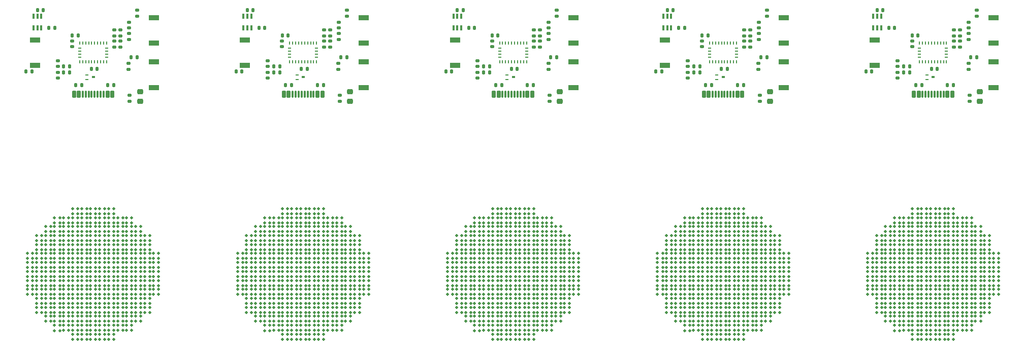
<source format=gbr>
%TF.GenerationSoftware,KiCad,Pcbnew,8.0.2-1*%
%TF.CreationDate,2025-04-11T08:43:50-07:00*%
%TF.ProjectId,Small_Pendant,536d616c-6c5f-4506-956e-64616e742e6b,rev?*%
%TF.SameCoordinates,Original*%
%TF.FileFunction,Paste,Top*%
%TF.FilePolarity,Positive*%
%FSLAX46Y46*%
G04 Gerber Fmt 4.6, Leading zero omitted, Abs format (unit mm)*
G04 Created by KiCad (PCBNEW 8.0.2-1) date 2025-04-11 08:43:50*
%MOMM*%
%LPD*%
G01*
G04 APERTURE LIST*
G04 Aperture macros list*
%AMRoundRect*
0 Rectangle with rounded corners*
0 $1 Rounding radius*
0 $2 $3 $4 $5 $6 $7 $8 $9 X,Y pos of 4 corners*
0 Add a 4 corners polygon primitive as box body*
4,1,4,$2,$3,$4,$5,$6,$7,$8,$9,$2,$3,0*
0 Add four circle primitives for the rounded corners*
1,1,$1+$1,$2,$3*
1,1,$1+$1,$4,$5*
1,1,$1+$1,$6,$7*
1,1,$1+$1,$8,$9*
0 Add four rect primitives between the rounded corners*
20,1,$1+$1,$2,$3,$4,$5,0*
20,1,$1+$1,$4,$5,$6,$7,0*
20,1,$1+$1,$6,$7,$8,$9,0*
20,1,$1+$1,$8,$9,$2,$3,0*%
G04 Aperture macros list end*
%ADD10RoundRect,0.112500X0.112500X0.112500X-0.112500X0.112500X-0.112500X-0.112500X0.112500X-0.112500X0*%
%ADD11RoundRect,0.112500X-0.112500X-0.112500X0.112500X-0.112500X0.112500X0.112500X-0.112500X0.112500X0*%
%ADD12R,0.320000X0.840000*%
%ADD13R,1.700000X0.845000*%
%ADD14R,1.700000X0.850000*%
%ADD15RoundRect,0.135000X-0.135000X-0.185000X0.135000X-0.185000X0.135000X0.185000X-0.135000X0.185000X0*%
%ADD16RoundRect,0.140000X0.170000X-0.140000X0.170000X0.140000X-0.170000X0.140000X-0.170000X-0.140000X0*%
%ADD17RoundRect,0.140000X0.140000X0.170000X-0.140000X0.170000X-0.140000X-0.170000X0.140000X-0.170000X0*%
%ADD18RoundRect,0.135000X-0.185000X0.135000X-0.185000X-0.135000X0.185000X-0.135000X0.185000X0.135000X0*%
%ADD19RoundRect,0.140000X-0.140000X-0.170000X0.140000X-0.170000X0.140000X0.170000X-0.140000X0.170000X0*%
%ADD20RoundRect,0.135000X0.185000X-0.135000X0.185000X0.135000X-0.185000X0.135000X-0.185000X-0.135000X0*%
%ADD21RoundRect,0.218750X-0.256250X0.218750X-0.256250X-0.218750X0.256250X-0.218750X0.256250X0.218750X0*%
%ADD22R,0.250000X0.500000*%
%ADD23R,0.500000X0.250000*%
%ADD24RoundRect,0.060000X-0.240000X-0.515000X0.240000X-0.515000X0.240000X0.515000X-0.240000X0.515000X0*%
%ADD25RoundRect,0.030000X-0.120000X-0.545000X0.120000X-0.545000X0.120000X0.545000X-0.120000X0.545000X0*%
%ADD26RoundRect,0.140000X-0.170000X0.140000X-0.170000X-0.140000X0.170000X-0.140000X0.170000X0.140000X0*%
%ADD27RoundRect,0.135000X0.135000X0.185000X-0.135000X0.185000X-0.135000X-0.185000X0.135000X-0.185000X0*%
%ADD28R,0.490000X0.290000*%
%ADD29R,0.490000X0.430000*%
G04 APERTURE END LIST*
D10*
%TO.C,D891*%
X180425000Y-86425000D03*
X179575000Y-86425000D03*
X180425000Y-85575000D03*
X179575000Y-85575000D03*
%TD*%
D11*
%TO.C,D772*%
X173575000Y-72075000D03*
X174425000Y-72075000D03*
X173575000Y-72925000D03*
X174425000Y-72925000D03*
%TD*%
D10*
%TO.C,D753*%
X177425000Y-71425000D03*
X176575000Y-71425000D03*
X177425000Y-70575000D03*
X176575000Y-70575000D03*
%TD*%
D11*
%TO.C,D794*%
X184075000Y-75075000D03*
X184925000Y-75075000D03*
X184075000Y-75925000D03*
X184925000Y-75925000D03*
%TD*%
%TO.C,D768*%
X179575000Y-72075000D03*
X180425000Y-72075000D03*
X179575000Y-72925000D03*
X180425000Y-72925000D03*
%TD*%
D10*
%TO.C,D893*%
X183425000Y-86425000D03*
X182575000Y-86425000D03*
X183425000Y-85575000D03*
X182575000Y-85575000D03*
%TD*%
%TO.C,D755*%
X180425000Y-71425000D03*
X179575000Y-71425000D03*
X180425000Y-70575000D03*
X179575000Y-70575000D03*
%TD*%
D11*
%TO.C,D740*%
X184075000Y-69075000D03*
X184925000Y-69075000D03*
X184075000Y-69925000D03*
X184925000Y-69925000D03*
%TD*%
D10*
%TO.C,D873*%
X186425000Y-83425000D03*
X185575000Y-83425000D03*
X186425000Y-82575000D03*
X185575000Y-82575000D03*
%TD*%
%TO.C,D788*%
X189425000Y-74425000D03*
X188575000Y-74425000D03*
X189425000Y-73575000D03*
X188575000Y-73575000D03*
%TD*%
D11*
%TO.C,D774*%
X170575000Y-72075000D03*
X171425000Y-72075000D03*
X170575000Y-72925000D03*
X171425000Y-72925000D03*
%TD*%
D10*
%TO.C,D810*%
X177425000Y-77425000D03*
X176575000Y-77425000D03*
X177425000Y-76575000D03*
X176575000Y-76575000D03*
%TD*%
%TO.C,D782*%
X180425000Y-74425000D03*
X179575000Y-74425000D03*
X180425000Y-73575000D03*
X179575000Y-73575000D03*
%TD*%
D11*
%TO.C,D771*%
X175075000Y-72075000D03*
X175925000Y-72075000D03*
X175075000Y-72925000D03*
X175925000Y-72925000D03*
%TD*%
D10*
%TO.C,D777*%
X172925000Y-74425000D03*
X172075000Y-74425000D03*
X172925000Y-73575000D03*
X172075000Y-73575000D03*
%TD*%
D11*
%TO.C,D885*%
X173575000Y-84075000D03*
X174425000Y-84075000D03*
X173575000Y-84925000D03*
X174425000Y-84925000D03*
%TD*%
D10*
%TO.C,D847*%
X187925000Y-80425000D03*
X187075000Y-80425000D03*
X187925000Y-79575000D03*
X187075000Y-79575000D03*
%TD*%
D11*
%TO.C,D860*%
X173575000Y-81075000D03*
X174425000Y-81075000D03*
X173575000Y-81925000D03*
X174425000Y-81925000D03*
%TD*%
D10*
%TO.C,D846*%
X186425000Y-80425000D03*
X185575000Y-80425000D03*
X186425000Y-79575000D03*
X185575000Y-79575000D03*
%TD*%
D11*
%TO.C,D900*%
X176575000Y-87075000D03*
X177425000Y-87075000D03*
X176575000Y-87925000D03*
X177425000Y-87925000D03*
%TD*%
%TO.C,D850*%
X188575000Y-81075000D03*
X189425000Y-81075000D03*
X188575000Y-81925000D03*
X189425000Y-81925000D03*
%TD*%
D10*
%TO.C,D836*%
X171425000Y-80425000D03*
X170575000Y-80425000D03*
X171425000Y-79575000D03*
X170575000Y-79575000D03*
%TD*%
D11*
%TO.C,D897*%
X181075000Y-87075000D03*
X181925000Y-87075000D03*
X181075000Y-87925000D03*
X181925000Y-87925000D03*
%TD*%
%TO.C,D899*%
X178075000Y-87075000D03*
X178925000Y-87075000D03*
X178075000Y-87925000D03*
X178925000Y-87925000D03*
%TD*%
%TO.C,D725*%
X181075000Y-66075000D03*
X181925000Y-66075000D03*
X181075000Y-66925000D03*
X181925000Y-66925000D03*
%TD*%
D10*
%TO.C,D809*%
X175925000Y-77425000D03*
X175075000Y-77425000D03*
X175925000Y-76575000D03*
X175075000Y-76575000D03*
%TD*%
D11*
%TO.C,D876*%
X187075000Y-84075000D03*
X187925000Y-84075000D03*
X187075000Y-84925000D03*
X187925000Y-84925000D03*
%TD*%
%TO.C,D851*%
X187075000Y-81075000D03*
X187925000Y-81075000D03*
X187075000Y-81925000D03*
X187925000Y-81925000D03*
%TD*%
D10*
%TO.C,D756*%
X181925000Y-71425000D03*
X181075000Y-71425000D03*
X181925000Y-70575000D03*
X181075000Y-70575000D03*
%TD*%
D11*
%TO.C,D747*%
X173575000Y-69075000D03*
X174425000Y-69075000D03*
X173575000Y-69925000D03*
X174425000Y-69925000D03*
%TD*%
%TO.C,D800*%
X175075000Y-75075000D03*
X175925000Y-75075000D03*
X175075000Y-75925000D03*
X175925000Y-75925000D03*
%TD*%
D10*
%TO.C,D751*%
X174425000Y-71425000D03*
X173575000Y-71425000D03*
X174425000Y-70575000D03*
X173575000Y-70575000D03*
%TD*%
D12*
%TO.C,U20*%
X171350000Y-33950000D03*
X170700000Y-33950000D03*
X170050000Y-33950000D03*
X170050000Y-35850000D03*
X170700000Y-35850000D03*
X171350000Y-35850000D03*
%TD*%
D11*
%TO.C,D727*%
X178075000Y-66075000D03*
X178925000Y-66075000D03*
X178075000Y-66925000D03*
X178925000Y-66925000D03*
%TD*%
D13*
%TO.C,SW15*%
X190100000Y-41572500D03*
D14*
X190100000Y-45825000D03*
%TD*%
D11*
%TO.C,D883*%
X176575000Y-84075000D03*
X177425000Y-84075000D03*
X176575000Y-84925000D03*
X177425000Y-84925000D03*
%TD*%
D15*
%TO.C,R54*%
X175090000Y-43300000D03*
X176110000Y-43300000D03*
%TD*%
D11*
%TO.C,D728*%
X176575000Y-66075000D03*
X177425000Y-66075000D03*
X176575000Y-66925000D03*
X177425000Y-66925000D03*
%TD*%
%TO.C,D828*%
X178075000Y-78075000D03*
X178925000Y-78075000D03*
X178075000Y-78925000D03*
X178925000Y-78925000D03*
%TD*%
D16*
%TO.C,C115*%
X185950000Y-35860000D03*
X185950000Y-34900000D03*
%TD*%
D17*
%TO.C,C117*%
X169780000Y-43100000D03*
X168820000Y-43100000D03*
%TD*%
D11*
%TO.C,D831*%
X173575000Y-78075000D03*
X174425000Y-78075000D03*
X173575000Y-78925000D03*
X174425000Y-78925000D03*
%TD*%
D10*
%TO.C,D787*%
X187925000Y-74425000D03*
X187075000Y-74425000D03*
X187925000Y-73575000D03*
X187075000Y-73575000D03*
%TD*%
%TO.C,D868*%
X178925000Y-83425000D03*
X178075000Y-83425000D03*
X178925000Y-82575000D03*
X178075000Y-82575000D03*
%TD*%
D11*
%TO.C,D857*%
X178075000Y-81075000D03*
X178925000Y-81075000D03*
X178075000Y-81925000D03*
X178925000Y-81925000D03*
%TD*%
D18*
%TO.C,R49*%
X183500000Y-38090000D03*
X183500000Y-39110000D03*
%TD*%
D11*
%TO.C,D832*%
X172075000Y-78075000D03*
X172925000Y-78075000D03*
X172075000Y-78925000D03*
X172925000Y-78925000D03*
%TD*%
%TO.C,D824*%
X184075000Y-78075000D03*
X184925000Y-78075000D03*
X184075000Y-78925000D03*
X184925000Y-78925000D03*
%TD*%
D10*
%TO.C,D783*%
X181925000Y-74425000D03*
X181075000Y-74425000D03*
X181925000Y-73575000D03*
X181075000Y-73575000D03*
%TD*%
%TO.C,D752*%
X175925000Y-71425000D03*
X175075000Y-71425000D03*
X175925000Y-70575000D03*
X175075000Y-70575000D03*
%TD*%
D11*
%TO.C,D803*%
X170575000Y-75075000D03*
X171425000Y-75075000D03*
X170575000Y-75925000D03*
X171425000Y-75925000D03*
%TD*%
D10*
%TO.C,D750*%
X172925000Y-71425000D03*
X172075000Y-71425000D03*
X172925000Y-70575000D03*
X172075000Y-70575000D03*
%TD*%
D19*
%TO.C,C126*%
X172620000Y-35900000D03*
X173580000Y-35900000D03*
%TD*%
D11*
%TO.C,D855*%
X181075000Y-81075000D03*
X181925000Y-81075000D03*
X181075000Y-81925000D03*
X181925000Y-81925000D03*
%TD*%
D10*
%TO.C,D818*%
X189425000Y-77425000D03*
X188575000Y-77425000D03*
X189425000Y-76575000D03*
X188575000Y-76575000D03*
%TD*%
D11*
%TO.C,D853*%
X184075000Y-81075000D03*
X184925000Y-81075000D03*
X184075000Y-81925000D03*
X184925000Y-81925000D03*
%TD*%
D16*
%TO.C,C114*%
X184500000Y-37180000D03*
X184500000Y-36220000D03*
%TD*%
D10*
%TO.C,D888*%
X175925000Y-86425000D03*
X175075000Y-86425000D03*
X175925000Y-85575000D03*
X175075000Y-85575000D03*
%TD*%
%TO.C,D841*%
X178925000Y-80425000D03*
X178075000Y-80425000D03*
X178925000Y-79575000D03*
X178075000Y-79575000D03*
%TD*%
D11*
%TO.C,D820*%
X190075000Y-78075000D03*
X190925000Y-78075000D03*
X190075000Y-78925000D03*
X190925000Y-78925000D03*
%TD*%
D18*
%TO.C,R56*%
X185900000Y-41790000D03*
X185900000Y-42810000D03*
%TD*%
D16*
%TO.C,C113*%
X183500000Y-37180000D03*
X183500000Y-36220000D03*
%TD*%
D10*
%TO.C,D808*%
X174425000Y-77425000D03*
X173575000Y-77425000D03*
X174425000Y-76575000D03*
X173575000Y-76575000D03*
%TD*%
D11*
%TO.C,D797*%
X179575000Y-75075000D03*
X180425000Y-75075000D03*
X179575000Y-75925000D03*
X180425000Y-75925000D03*
%TD*%
%TO.C,D858*%
X176575000Y-81075000D03*
X177425000Y-81075000D03*
X176575000Y-81925000D03*
X177425000Y-81925000D03*
%TD*%
D10*
%TO.C,D734*%
X181925000Y-68425000D03*
X181075000Y-68425000D03*
X181925000Y-67575000D03*
X181075000Y-67575000D03*
%TD*%
%TO.C,D733*%
X180425000Y-68425000D03*
X179575000Y-68425000D03*
X180425000Y-67575000D03*
X179575000Y-67575000D03*
%TD*%
D11*
%TO.C,D746*%
X175075000Y-69075000D03*
X175925000Y-69075000D03*
X175075000Y-69925000D03*
X175925000Y-69925000D03*
%TD*%
%TO.C,D859*%
X175075000Y-81075000D03*
X175925000Y-81075000D03*
X175075000Y-81925000D03*
X175925000Y-81925000D03*
%TD*%
%TO.C,D770*%
X176575000Y-72075000D03*
X177425000Y-72075000D03*
X176575000Y-72925000D03*
X177425000Y-72925000D03*
%TD*%
D20*
%TO.C,R50*%
X184500000Y-39110000D03*
X184500000Y-38090000D03*
%TD*%
D10*
%TO.C,D875*%
X189425000Y-83425000D03*
X188575000Y-83425000D03*
X189425000Y-82575000D03*
X188575000Y-82575000D03*
%TD*%
D11*
%TO.C,D878*%
X184075000Y-84075000D03*
X184925000Y-84075000D03*
X184075000Y-84925000D03*
X184925000Y-84925000D03*
%TD*%
D21*
%TO.C,D723*%
X187800000Y-46535000D03*
X187800000Y-48110000D03*
%TD*%
D11*
%TO.C,D884*%
X175075000Y-84075000D03*
X175925000Y-84075000D03*
X175075000Y-84925000D03*
X175925000Y-84925000D03*
%TD*%
D10*
%TO.C,D737*%
X186425000Y-68425000D03*
X185575000Y-68425000D03*
X186425000Y-67575000D03*
X185575000Y-67575000D03*
%TD*%
%TO.C,D817*%
X187925000Y-77425000D03*
X187075000Y-77425000D03*
X187925000Y-76575000D03*
X187075000Y-76575000D03*
%TD*%
%TO.C,D814*%
X183425000Y-77425000D03*
X182575000Y-77425000D03*
X183425000Y-76575000D03*
X182575000Y-76575000D03*
%TD*%
%TO.C,D866*%
X175925000Y-83425000D03*
X175075000Y-83425000D03*
X175925000Y-82575000D03*
X175075000Y-82575000D03*
%TD*%
D11*
%TO.C,D762*%
X188575000Y-72075000D03*
X189425000Y-72075000D03*
X188575000Y-72925000D03*
X189425000Y-72925000D03*
%TD*%
D10*
%TO.C,D807*%
X172925000Y-77425000D03*
X172075000Y-77425000D03*
X172925000Y-76575000D03*
X172075000Y-76575000D03*
%TD*%
%TO.C,D778*%
X174425000Y-74425000D03*
X173575000Y-74425000D03*
X174425000Y-73575000D03*
X173575000Y-73575000D03*
%TD*%
%TO.C,D819*%
X190925000Y-77425000D03*
X190075000Y-77425000D03*
X190925000Y-76575000D03*
X190075000Y-76575000D03*
%TD*%
D11*
%TO.C,D802*%
X172075000Y-75075000D03*
X172925000Y-75075000D03*
X172075000Y-75925000D03*
X172925000Y-75925000D03*
%TD*%
D10*
%TO.C,D843*%
X181925000Y-80425000D03*
X181075000Y-80425000D03*
X181925000Y-79575000D03*
X181075000Y-79575000D03*
%TD*%
%TO.C,D761*%
X189425000Y-71425000D03*
X188575000Y-71425000D03*
X189425000Y-70575000D03*
X188575000Y-70575000D03*
%TD*%
%TO.C,D838*%
X174425000Y-80425000D03*
X173575000Y-80425000D03*
X174425000Y-79575000D03*
X173575000Y-79575000D03*
%TD*%
D11*
%TO.C,D738*%
X187075000Y-69075000D03*
X187925000Y-69075000D03*
X187075000Y-69925000D03*
X187925000Y-69925000D03*
%TD*%
%TO.C,D821*%
X188575000Y-78075000D03*
X189425000Y-78075000D03*
X188575000Y-78925000D03*
X189425000Y-78925000D03*
%TD*%
D10*
%TO.C,D729*%
X174425000Y-68425000D03*
X173575000Y-68425000D03*
X174425000Y-67575000D03*
X173575000Y-67575000D03*
%TD*%
%TO.C,D786*%
X186425000Y-74425000D03*
X185575000Y-74425000D03*
X186425000Y-73575000D03*
X185575000Y-73575000D03*
%TD*%
%TO.C,D806*%
X171425000Y-77425000D03*
X170575000Y-77425000D03*
X171425000Y-76575000D03*
X170575000Y-76575000D03*
%TD*%
D22*
%TO.C,U19*%
X177750000Y-38440000D03*
D23*
X177750000Y-39250000D03*
X177750000Y-39750000D03*
X177750000Y-40250000D03*
X177750000Y-40750000D03*
D22*
X177750000Y-41560000D03*
X178250000Y-41560000D03*
X178750000Y-41560000D03*
X179250000Y-41560000D03*
X179750000Y-41560000D03*
X180250000Y-41560000D03*
X180750000Y-41560000D03*
X181250000Y-41560000D03*
X181750000Y-41560000D03*
X182250000Y-41560000D03*
D23*
X182250000Y-40750000D03*
X182250000Y-40250000D03*
X182250000Y-39750000D03*
X182250000Y-39250000D03*
D22*
X182250000Y-38440000D03*
X181750000Y-38440000D03*
X181250000Y-38440000D03*
X180750000Y-38440000D03*
X180250000Y-38440000D03*
X179750000Y-38440000D03*
X179250000Y-38440000D03*
X178750000Y-38440000D03*
X178250000Y-38440000D03*
%TD*%
D10*
%TO.C,D865*%
X174425000Y-83425000D03*
X173575000Y-83425000D03*
X174425000Y-82575000D03*
X173575000Y-82575000D03*
%TD*%
D24*
%TO.C,J29*%
X176800000Y-46990000D03*
X177600000Y-46990000D03*
D25*
X178750000Y-46990000D03*
X179750000Y-46990000D03*
X180250000Y-46990000D03*
X181250000Y-46990000D03*
D24*
X182400000Y-46990000D03*
X183200000Y-46990000D03*
X183200000Y-46990000D03*
X182400000Y-46990000D03*
D25*
X181750000Y-46990000D03*
X180750000Y-46990000D03*
X179250000Y-46990000D03*
X178250000Y-46990000D03*
D24*
X177600000Y-46990000D03*
X176800000Y-46990000D03*
%TD*%
D10*
%TO.C,D890*%
X178925000Y-86425000D03*
X178075000Y-86425000D03*
X178925000Y-85575000D03*
X178075000Y-85575000D03*
%TD*%
%TO.C,D775*%
X169925000Y-74425000D03*
X169075000Y-74425000D03*
X169925000Y-73575000D03*
X169075000Y-73575000D03*
%TD*%
D11*
%TO.C,D743*%
X179575000Y-69075000D03*
X180425000Y-69075000D03*
X179575000Y-69925000D03*
X180425000Y-69925000D03*
%TD*%
D10*
%TO.C,D869*%
X180425000Y-83425000D03*
X179575000Y-83425000D03*
X180425000Y-82575000D03*
X179575000Y-82575000D03*
%TD*%
D13*
%TO.C,SW14*%
X190100000Y-38427500D03*
D14*
X190100000Y-34175000D03*
%TD*%
D10*
%TO.C,D894*%
X184925000Y-86425000D03*
X184075000Y-86425000D03*
X184925000Y-85575000D03*
X184075000Y-85575000D03*
%TD*%
%TO.C,D749*%
X171425000Y-71425000D03*
X170575000Y-71425000D03*
X171425000Y-70575000D03*
X170575000Y-70575000D03*
%TD*%
D11*
%TO.C,D898*%
X179575000Y-87075000D03*
X180425000Y-87075000D03*
X179575000Y-87925000D03*
X180425000Y-87925000D03*
%TD*%
D19*
%TO.C,C124*%
X179720000Y-42700000D03*
X180680000Y-42700000D03*
%TD*%
D10*
%TO.C,D789*%
X190925000Y-74425000D03*
X190075000Y-74425000D03*
X190925000Y-73575000D03*
X190075000Y-73575000D03*
%TD*%
D19*
%TO.C,C122*%
X176520000Y-37100000D03*
X177480000Y-37100000D03*
%TD*%
D11*
%TO.C,D877*%
X185575000Y-84075000D03*
X186425000Y-84075000D03*
X185575000Y-84925000D03*
X186425000Y-84925000D03*
%TD*%
%TO.C,D825*%
X182575000Y-78075000D03*
X183425000Y-78075000D03*
X182575000Y-78925000D03*
X183425000Y-78925000D03*
%TD*%
%TO.C,D744*%
X178075000Y-69075000D03*
X178925000Y-69075000D03*
X178075000Y-69925000D03*
X178925000Y-69925000D03*
%TD*%
D10*
%TO.C,D848*%
X189425000Y-80425000D03*
X188575000Y-80425000D03*
X189425000Y-79575000D03*
X188575000Y-79575000D03*
%TD*%
D11*
%TO.C,D827*%
X179575000Y-78075000D03*
X180425000Y-78075000D03*
X179575000Y-78925000D03*
X180425000Y-78925000D03*
%TD*%
D10*
%TO.C,D839*%
X175925000Y-80425000D03*
X175075000Y-80425000D03*
X175925000Y-79575000D03*
X175075000Y-79575000D03*
%TD*%
%TO.C,D736*%
X184925000Y-68425000D03*
X184075000Y-68425000D03*
X184925000Y-67575000D03*
X184075000Y-67575000D03*
%TD*%
D15*
%TO.C,R53*%
X175090000Y-42300000D03*
X176110000Y-42300000D03*
%TD*%
D11*
%TO.C,D748*%
X172075000Y-69075000D03*
X172925000Y-69075000D03*
X172075000Y-69925000D03*
X172925000Y-69925000D03*
%TD*%
D10*
%TO.C,D758*%
X184925000Y-71425000D03*
X184075000Y-71425000D03*
X184925000Y-70575000D03*
X184075000Y-70575000D03*
%TD*%
D26*
%TO.C,C118*%
X174100000Y-41370000D03*
X174100000Y-42330000D03*
%TD*%
D10*
%TO.C,D754*%
X178925000Y-71425000D03*
X178075000Y-71425000D03*
X178925000Y-70575000D03*
X178075000Y-70575000D03*
%TD*%
%TO.C,D735*%
X183425000Y-68425000D03*
X182575000Y-68425000D03*
X183425000Y-67575000D03*
X182575000Y-67575000D03*
%TD*%
D11*
%TO.C,D773*%
X172075000Y-72075000D03*
X172925000Y-72075000D03*
X172075000Y-72925000D03*
X172925000Y-72925000D03*
%TD*%
D10*
%TO.C,D815*%
X184925000Y-77425000D03*
X184075000Y-77425000D03*
X184925000Y-76575000D03*
X184075000Y-76575000D03*
%TD*%
D11*
%TO.C,D742*%
X181075000Y-69075000D03*
X181925000Y-69075000D03*
X181075000Y-69925000D03*
X181925000Y-69925000D03*
%TD*%
D10*
%TO.C,D813*%
X181925000Y-77425000D03*
X181075000Y-77425000D03*
X181925000Y-76575000D03*
X181075000Y-76575000D03*
%TD*%
D13*
%TO.C,SW13*%
X170300000Y-37872500D03*
D14*
X170300000Y-42125000D03*
%TD*%
D10*
%TO.C,D757*%
X183425000Y-71425000D03*
X182575000Y-71425000D03*
X183425000Y-70575000D03*
X182575000Y-70575000D03*
%TD*%
D11*
%TO.C,D767*%
X181075000Y-72075000D03*
X181925000Y-72075000D03*
X181075000Y-72925000D03*
X181925000Y-72925000D03*
%TD*%
%TO.C,D886*%
X172075000Y-84075000D03*
X172925000Y-84075000D03*
X172075000Y-84925000D03*
X172925000Y-84925000D03*
%TD*%
D10*
%TO.C,D835*%
X169925000Y-80425000D03*
X169075000Y-80425000D03*
X169925000Y-79575000D03*
X169075000Y-79575000D03*
%TD*%
D11*
%TO.C,D879*%
X182575000Y-84075000D03*
X183425000Y-84075000D03*
X182575000Y-84925000D03*
X183425000Y-84925000D03*
%TD*%
D10*
%TO.C,D842*%
X180425000Y-80425000D03*
X179575000Y-80425000D03*
X180425000Y-79575000D03*
X179575000Y-79575000D03*
%TD*%
D11*
%TO.C,D854*%
X182575000Y-81075000D03*
X183425000Y-81075000D03*
X182575000Y-81925000D03*
X183425000Y-81925000D03*
%TD*%
%TO.C,D792*%
X187075000Y-75075000D03*
X187925000Y-75075000D03*
X187075000Y-75925000D03*
X187925000Y-75925000D03*
%TD*%
D10*
%TO.C,D776*%
X171425000Y-74425000D03*
X170575000Y-74425000D03*
X171425000Y-73575000D03*
X170575000Y-73575000D03*
%TD*%
D11*
%TO.C,D769*%
X178075000Y-72075000D03*
X178925000Y-72075000D03*
X178075000Y-72925000D03*
X178925000Y-72925000D03*
%TD*%
%TO.C,D798*%
X178075000Y-75075000D03*
X178925000Y-75075000D03*
X178075000Y-75925000D03*
X178925000Y-75925000D03*
%TD*%
D10*
%TO.C,D785*%
X184925000Y-74425000D03*
X184075000Y-74425000D03*
X184925000Y-73575000D03*
X184075000Y-73575000D03*
%TD*%
D11*
%TO.C,D830*%
X175075000Y-78075000D03*
X175925000Y-78075000D03*
X175075000Y-78925000D03*
X175925000Y-78925000D03*
%TD*%
%TO.C,D880*%
X181075000Y-84075000D03*
X181925000Y-84075000D03*
X181075000Y-84925000D03*
X181925000Y-84925000D03*
%TD*%
%TO.C,D766*%
X182575000Y-72075000D03*
X183425000Y-72075000D03*
X182575000Y-72925000D03*
X183425000Y-72925000D03*
%TD*%
%TO.C,D739*%
X185575000Y-69075000D03*
X186425000Y-69075000D03*
X185575000Y-69925000D03*
X186425000Y-69925000D03*
%TD*%
D16*
%TO.C,C123*%
X176500000Y-38980000D03*
X176500000Y-38020000D03*
%TD*%
D11*
%TO.C,D881*%
X179575000Y-84075000D03*
X180425000Y-84075000D03*
X179575000Y-84925000D03*
X180425000Y-84925000D03*
%TD*%
D16*
%TO.C,C119*%
X174100000Y-44230000D03*
X174100000Y-43270000D03*
%TD*%
D10*
%TO.C,D731*%
X177425000Y-68425000D03*
X176575000Y-68425000D03*
X177425000Y-67575000D03*
X176575000Y-67575000D03*
%TD*%
%TO.C,D870*%
X181925000Y-83425000D03*
X181075000Y-83425000D03*
X181925000Y-82575000D03*
X181075000Y-82575000D03*
%TD*%
D11*
%TO.C,D764*%
X185575000Y-72075000D03*
X186425000Y-72075000D03*
X185575000Y-72925000D03*
X186425000Y-72925000D03*
%TD*%
D10*
%TO.C,D864*%
X172925000Y-83425000D03*
X172075000Y-83425000D03*
X172925000Y-82575000D03*
X172075000Y-82575000D03*
%TD*%
D15*
%TO.C,R58*%
X182390000Y-45400000D03*
X183410000Y-45400000D03*
%TD*%
D10*
%TO.C,D779*%
X175925000Y-74425000D03*
X175075000Y-74425000D03*
X175925000Y-73575000D03*
X175075000Y-73575000D03*
%TD*%
%TO.C,D784*%
X183425000Y-74425000D03*
X182575000Y-74425000D03*
X183425000Y-73575000D03*
X182575000Y-73575000D03*
%TD*%
D11*
%TO.C,D763*%
X187075000Y-72075000D03*
X187925000Y-72075000D03*
X187075000Y-72925000D03*
X187925000Y-72925000D03*
%TD*%
%TO.C,D834*%
X169075000Y-78075000D03*
X169925000Y-78075000D03*
X169075000Y-78925000D03*
X169925000Y-78925000D03*
%TD*%
D10*
%TO.C,D895*%
X186425000Y-86425000D03*
X185575000Y-86425000D03*
X186425000Y-85575000D03*
X185575000Y-85575000D03*
%TD*%
%TO.C,D732*%
X178925000Y-68425000D03*
X178075000Y-68425000D03*
X178925000Y-67575000D03*
X178075000Y-67575000D03*
%TD*%
D11*
%TO.C,D745*%
X176575000Y-69075000D03*
X177425000Y-69075000D03*
X176575000Y-69925000D03*
X177425000Y-69925000D03*
%TD*%
%TO.C,D852*%
X185575000Y-81075000D03*
X186425000Y-81075000D03*
X185575000Y-81925000D03*
X186425000Y-81925000D03*
%TD*%
%TO.C,D795*%
X182575000Y-75075000D03*
X183425000Y-75075000D03*
X182575000Y-75925000D03*
X183425000Y-75925000D03*
%TD*%
D10*
%TO.C,D816*%
X186425000Y-77425000D03*
X185575000Y-77425000D03*
X186425000Y-76575000D03*
X185575000Y-76575000D03*
%TD*%
D11*
%TO.C,D726*%
X179575000Y-66075000D03*
X180425000Y-66075000D03*
X179575000Y-66925000D03*
X180425000Y-66925000D03*
%TD*%
%TO.C,D765*%
X184075000Y-72075000D03*
X184925000Y-72075000D03*
X184075000Y-72925000D03*
X184925000Y-72925000D03*
%TD*%
D27*
%TO.C,R59*%
X178110000Y-45400000D03*
X177090000Y-45400000D03*
%TD*%
D11*
%TO.C,D791*%
X188575000Y-75075000D03*
X189425000Y-75075000D03*
X188575000Y-75925000D03*
X189425000Y-75925000D03*
%TD*%
D10*
%TO.C,D892*%
X181925000Y-86425000D03*
X181075000Y-86425000D03*
X181925000Y-85575000D03*
X181075000Y-85575000D03*
%TD*%
D11*
%TO.C,D822*%
X187075000Y-78075000D03*
X187925000Y-78075000D03*
X187075000Y-78925000D03*
X187925000Y-78925000D03*
%TD*%
D10*
%TO.C,D781*%
X178925000Y-74425000D03*
X178075000Y-74425000D03*
X178925000Y-73575000D03*
X178075000Y-73575000D03*
%TD*%
D11*
%TO.C,D823*%
X185575000Y-78075000D03*
X186425000Y-78075000D03*
X185575000Y-78925000D03*
X186425000Y-78925000D03*
%TD*%
%TO.C,D741*%
X182575000Y-69075000D03*
X183425000Y-69075000D03*
X182575000Y-69925000D03*
X183425000Y-69925000D03*
%TD*%
D10*
%TO.C,D812*%
X180425000Y-77425000D03*
X179575000Y-77425000D03*
X180425000Y-76575000D03*
X179575000Y-76575000D03*
%TD*%
D11*
%TO.C,D882*%
X178075000Y-84075000D03*
X178925000Y-84075000D03*
X178075000Y-84925000D03*
X178925000Y-84925000D03*
%TD*%
D10*
%TO.C,D887*%
X174425000Y-86450000D03*
X173575000Y-86450000D03*
X174425000Y-85600000D03*
X173575000Y-85600000D03*
%TD*%
D11*
%TO.C,D804*%
X169075000Y-75075000D03*
X169925000Y-75075000D03*
X169075000Y-75925000D03*
X169925000Y-75925000D03*
%TD*%
%TO.C,D801*%
X173575000Y-75075000D03*
X174425000Y-75075000D03*
X173575000Y-75925000D03*
X174425000Y-75925000D03*
%TD*%
D10*
%TO.C,D760*%
X187925000Y-71425000D03*
X187075000Y-71425000D03*
X187925000Y-70575000D03*
X187075000Y-70575000D03*
%TD*%
%TO.C,D863*%
X171425000Y-83425000D03*
X170575000Y-83425000D03*
X171425000Y-82575000D03*
X170575000Y-82575000D03*
%TD*%
D11*
%TO.C,D724*%
X182575000Y-66075000D03*
X183425000Y-66075000D03*
X182575000Y-66925000D03*
X183425000Y-66925000D03*
%TD*%
D10*
%TO.C,D849*%
X190925000Y-80425000D03*
X190075000Y-80425000D03*
X190925000Y-79575000D03*
X190075000Y-79575000D03*
%TD*%
D20*
%TO.C,R51*%
X185950000Y-37820000D03*
X185950000Y-36800000D03*
%TD*%
D10*
%TO.C,D867*%
X177425000Y-83425000D03*
X176575000Y-83425000D03*
X177425000Y-82575000D03*
X176575000Y-82575000D03*
%TD*%
%TO.C,D871*%
X183425000Y-83425000D03*
X182575000Y-83425000D03*
X183425000Y-82575000D03*
X182575000Y-82575000D03*
%TD*%
%TO.C,D889*%
X177425000Y-86425000D03*
X176575000Y-86425000D03*
X177425000Y-85575000D03*
X176575000Y-85575000D03*
%TD*%
D11*
%TO.C,D829*%
X176575000Y-78075000D03*
X177425000Y-78075000D03*
X176575000Y-78925000D03*
X177425000Y-78925000D03*
%TD*%
D20*
%TO.C,R52*%
X186100000Y-48110000D03*
X186100000Y-47090000D03*
%TD*%
D10*
%TO.C,D780*%
X177425000Y-74425000D03*
X176575000Y-74425000D03*
X177425000Y-73575000D03*
X176575000Y-73575000D03*
%TD*%
%TO.C,D840*%
X177425000Y-80425000D03*
X176575000Y-80425000D03*
X177425000Y-79575000D03*
X176575000Y-79575000D03*
%TD*%
%TO.C,D837*%
X172925000Y-80425000D03*
X172075000Y-80425000D03*
X172925000Y-79575000D03*
X172075000Y-79575000D03*
%TD*%
%TO.C,D845*%
X184925000Y-80425000D03*
X184075000Y-80425000D03*
X184925000Y-79575000D03*
X184075000Y-79575000D03*
%TD*%
%TO.C,D874*%
X187925000Y-83425000D03*
X187075000Y-83425000D03*
X187925000Y-82575000D03*
X187075000Y-82575000D03*
%TD*%
%TO.C,D811*%
X178925000Y-77425000D03*
X178075000Y-77425000D03*
X178925000Y-76575000D03*
X178075000Y-76575000D03*
%TD*%
D15*
%TO.C,R57*%
X186290000Y-40800000D03*
X187310000Y-40800000D03*
%TD*%
D11*
%TO.C,D826*%
X181075000Y-78075000D03*
X181925000Y-78075000D03*
X181075000Y-78925000D03*
X181925000Y-78925000D03*
%TD*%
%TO.C,D862*%
X170575000Y-81075000D03*
X171425000Y-81075000D03*
X170575000Y-81925000D03*
X171425000Y-81925000D03*
%TD*%
%TO.C,D793*%
X185575000Y-75075000D03*
X186425000Y-75075000D03*
X185575000Y-75925000D03*
X186425000Y-75925000D03*
%TD*%
D17*
%TO.C,C125*%
X171660000Y-32900000D03*
X170700000Y-32900000D03*
%TD*%
D11*
%TO.C,D856*%
X179575000Y-81075000D03*
X180425000Y-81075000D03*
X179575000Y-81925000D03*
X180425000Y-81925000D03*
%TD*%
%TO.C,D833*%
X170575000Y-78075000D03*
X171425000Y-78075000D03*
X170575000Y-78925000D03*
X171425000Y-78925000D03*
%TD*%
%TO.C,D896*%
X182575000Y-87075000D03*
X183425000Y-87075000D03*
X182575000Y-87925000D03*
X183425000Y-87925000D03*
%TD*%
D10*
%TO.C,D805*%
X169925000Y-77425000D03*
X169075000Y-77425000D03*
X169925000Y-76575000D03*
X169075000Y-76575000D03*
%TD*%
D11*
%TO.C,D799*%
X176575000Y-75075000D03*
X177425000Y-75075000D03*
X176575000Y-75925000D03*
X177425000Y-75925000D03*
%TD*%
D16*
%TO.C,C116*%
X187300000Y-33880000D03*
X187300000Y-32920000D03*
%TD*%
D11*
%TO.C,D790*%
X190075000Y-75075000D03*
X190925000Y-75075000D03*
X190075000Y-75925000D03*
X190925000Y-75925000D03*
%TD*%
D28*
%TO.C,D721*%
X178970000Y-43700000D03*
X178970000Y-44500000D03*
D29*
X180030000Y-44100000D03*
%TD*%
D11*
%TO.C,D861*%
X172075000Y-81075000D03*
X172925000Y-81075000D03*
X172075000Y-81925000D03*
X172925000Y-81925000D03*
%TD*%
D10*
%TO.C,D730*%
X175925000Y-68425000D03*
X175075000Y-68425000D03*
X175925000Y-67575000D03*
X175075000Y-67575000D03*
%TD*%
D11*
%TO.C,D796*%
X181075000Y-75075000D03*
X181925000Y-75075000D03*
X181075000Y-75925000D03*
X181925000Y-75925000D03*
%TD*%
D10*
%TO.C,D759*%
X186425000Y-71425000D03*
X185575000Y-71425000D03*
X186425000Y-70575000D03*
X185575000Y-70575000D03*
%TD*%
%TO.C,D844*%
X183425000Y-80425000D03*
X182575000Y-80425000D03*
X183425000Y-79575000D03*
X182575000Y-79575000D03*
%TD*%
%TO.C,D872*%
X184925000Y-83425000D03*
X184075000Y-83425000D03*
X184925000Y-82575000D03*
X184075000Y-82575000D03*
%TD*%
%TO.C,D711*%
X145425000Y-86425000D03*
X144575000Y-86425000D03*
X145425000Y-85575000D03*
X144575000Y-85575000D03*
%TD*%
D11*
%TO.C,D592*%
X138575000Y-72075000D03*
X139425000Y-72075000D03*
X138575000Y-72925000D03*
X139425000Y-72925000D03*
%TD*%
D10*
%TO.C,D573*%
X142425000Y-71425000D03*
X141575000Y-71425000D03*
X142425000Y-70575000D03*
X141575000Y-70575000D03*
%TD*%
D11*
%TO.C,D614*%
X149075000Y-75075000D03*
X149925000Y-75075000D03*
X149075000Y-75925000D03*
X149925000Y-75925000D03*
%TD*%
%TO.C,D588*%
X144575000Y-72075000D03*
X145425000Y-72075000D03*
X144575000Y-72925000D03*
X145425000Y-72925000D03*
%TD*%
D10*
%TO.C,D713*%
X148425000Y-86425000D03*
X147575000Y-86425000D03*
X148425000Y-85575000D03*
X147575000Y-85575000D03*
%TD*%
%TO.C,D575*%
X145425000Y-71425000D03*
X144575000Y-71425000D03*
X145425000Y-70575000D03*
X144575000Y-70575000D03*
%TD*%
D11*
%TO.C,D560*%
X149075000Y-69075000D03*
X149925000Y-69075000D03*
X149075000Y-69925000D03*
X149925000Y-69925000D03*
%TD*%
D10*
%TO.C,D693*%
X151425000Y-83425000D03*
X150575000Y-83425000D03*
X151425000Y-82575000D03*
X150575000Y-82575000D03*
%TD*%
%TO.C,D608*%
X154425000Y-74425000D03*
X153575000Y-74425000D03*
X154425000Y-73575000D03*
X153575000Y-73575000D03*
%TD*%
D11*
%TO.C,D594*%
X135575000Y-72075000D03*
X136425000Y-72075000D03*
X135575000Y-72925000D03*
X136425000Y-72925000D03*
%TD*%
D10*
%TO.C,D630*%
X142425000Y-77425000D03*
X141575000Y-77425000D03*
X142425000Y-76575000D03*
X141575000Y-76575000D03*
%TD*%
%TO.C,D602*%
X145425000Y-74425000D03*
X144575000Y-74425000D03*
X145425000Y-73575000D03*
X144575000Y-73575000D03*
%TD*%
D11*
%TO.C,D591*%
X140075000Y-72075000D03*
X140925000Y-72075000D03*
X140075000Y-72925000D03*
X140925000Y-72925000D03*
%TD*%
D10*
%TO.C,D597*%
X137925000Y-74425000D03*
X137075000Y-74425000D03*
X137925000Y-73575000D03*
X137075000Y-73575000D03*
%TD*%
D11*
%TO.C,D705*%
X138575000Y-84075000D03*
X139425000Y-84075000D03*
X138575000Y-84925000D03*
X139425000Y-84925000D03*
%TD*%
D10*
%TO.C,D667*%
X152925000Y-80425000D03*
X152075000Y-80425000D03*
X152925000Y-79575000D03*
X152075000Y-79575000D03*
%TD*%
D11*
%TO.C,D680*%
X138575000Y-81075000D03*
X139425000Y-81075000D03*
X138575000Y-81925000D03*
X139425000Y-81925000D03*
%TD*%
D10*
%TO.C,D666*%
X151425000Y-80425000D03*
X150575000Y-80425000D03*
X151425000Y-79575000D03*
X150575000Y-79575000D03*
%TD*%
D11*
%TO.C,D720*%
X141575000Y-87075000D03*
X142425000Y-87075000D03*
X141575000Y-87925000D03*
X142425000Y-87925000D03*
%TD*%
%TO.C,D670*%
X153575000Y-81075000D03*
X154425000Y-81075000D03*
X153575000Y-81925000D03*
X154425000Y-81925000D03*
%TD*%
D10*
%TO.C,D656*%
X136425000Y-80425000D03*
X135575000Y-80425000D03*
X136425000Y-79575000D03*
X135575000Y-79575000D03*
%TD*%
D11*
%TO.C,D717*%
X146075000Y-87075000D03*
X146925000Y-87075000D03*
X146075000Y-87925000D03*
X146925000Y-87925000D03*
%TD*%
%TO.C,D719*%
X143075000Y-87075000D03*
X143925000Y-87075000D03*
X143075000Y-87925000D03*
X143925000Y-87925000D03*
%TD*%
%TO.C,D545*%
X146075000Y-66075000D03*
X146925000Y-66075000D03*
X146075000Y-66925000D03*
X146925000Y-66925000D03*
%TD*%
D10*
%TO.C,D629*%
X140925000Y-77425000D03*
X140075000Y-77425000D03*
X140925000Y-76575000D03*
X140075000Y-76575000D03*
%TD*%
D11*
%TO.C,D696*%
X152075000Y-84075000D03*
X152925000Y-84075000D03*
X152075000Y-84925000D03*
X152925000Y-84925000D03*
%TD*%
%TO.C,D671*%
X152075000Y-81075000D03*
X152925000Y-81075000D03*
X152075000Y-81925000D03*
X152925000Y-81925000D03*
%TD*%
D10*
%TO.C,D576*%
X146925000Y-71425000D03*
X146075000Y-71425000D03*
X146925000Y-70575000D03*
X146075000Y-70575000D03*
%TD*%
D11*
%TO.C,D567*%
X138575000Y-69075000D03*
X139425000Y-69075000D03*
X138575000Y-69925000D03*
X139425000Y-69925000D03*
%TD*%
%TO.C,D620*%
X140075000Y-75075000D03*
X140925000Y-75075000D03*
X140075000Y-75925000D03*
X140925000Y-75925000D03*
%TD*%
D10*
%TO.C,D571*%
X139425000Y-71425000D03*
X138575000Y-71425000D03*
X139425000Y-70575000D03*
X138575000Y-70575000D03*
%TD*%
D12*
%TO.C,U16*%
X136350000Y-33950000D03*
X135700000Y-33950000D03*
X135050000Y-33950000D03*
X135050000Y-35850000D03*
X135700000Y-35850000D03*
X136350000Y-35850000D03*
%TD*%
D11*
%TO.C,D547*%
X143075000Y-66075000D03*
X143925000Y-66075000D03*
X143075000Y-66925000D03*
X143925000Y-66925000D03*
%TD*%
D13*
%TO.C,SW12*%
X155100000Y-41572500D03*
D14*
X155100000Y-45825000D03*
%TD*%
D11*
%TO.C,D703*%
X141575000Y-84075000D03*
X142425000Y-84075000D03*
X141575000Y-84925000D03*
X142425000Y-84925000D03*
%TD*%
D15*
%TO.C,R42*%
X140090000Y-43300000D03*
X141110000Y-43300000D03*
%TD*%
D11*
%TO.C,D548*%
X141575000Y-66075000D03*
X142425000Y-66075000D03*
X141575000Y-66925000D03*
X142425000Y-66925000D03*
%TD*%
%TO.C,D648*%
X143075000Y-78075000D03*
X143925000Y-78075000D03*
X143075000Y-78925000D03*
X143925000Y-78925000D03*
%TD*%
D16*
%TO.C,C87*%
X150950000Y-35860000D03*
X150950000Y-34900000D03*
%TD*%
D17*
%TO.C,C89*%
X134780000Y-43100000D03*
X133820000Y-43100000D03*
%TD*%
D11*
%TO.C,D651*%
X138575000Y-78075000D03*
X139425000Y-78075000D03*
X138575000Y-78925000D03*
X139425000Y-78925000D03*
%TD*%
D10*
%TO.C,D607*%
X152925000Y-74425000D03*
X152075000Y-74425000D03*
X152925000Y-73575000D03*
X152075000Y-73575000D03*
%TD*%
%TO.C,D688*%
X143925000Y-83425000D03*
X143075000Y-83425000D03*
X143925000Y-82575000D03*
X143075000Y-82575000D03*
%TD*%
D11*
%TO.C,D677*%
X143075000Y-81075000D03*
X143925000Y-81075000D03*
X143075000Y-81925000D03*
X143925000Y-81925000D03*
%TD*%
D18*
%TO.C,R37*%
X148500000Y-38090000D03*
X148500000Y-39110000D03*
%TD*%
D11*
%TO.C,D652*%
X137075000Y-78075000D03*
X137925000Y-78075000D03*
X137075000Y-78925000D03*
X137925000Y-78925000D03*
%TD*%
%TO.C,D644*%
X149075000Y-78075000D03*
X149925000Y-78075000D03*
X149075000Y-78925000D03*
X149925000Y-78925000D03*
%TD*%
D10*
%TO.C,D603*%
X146925000Y-74425000D03*
X146075000Y-74425000D03*
X146925000Y-73575000D03*
X146075000Y-73575000D03*
%TD*%
%TO.C,D572*%
X140925000Y-71425000D03*
X140075000Y-71425000D03*
X140925000Y-70575000D03*
X140075000Y-70575000D03*
%TD*%
D11*
%TO.C,D623*%
X135575000Y-75075000D03*
X136425000Y-75075000D03*
X135575000Y-75925000D03*
X136425000Y-75925000D03*
%TD*%
D10*
%TO.C,D570*%
X137925000Y-71425000D03*
X137075000Y-71425000D03*
X137925000Y-70575000D03*
X137075000Y-70575000D03*
%TD*%
D19*
%TO.C,C98*%
X137620000Y-35900000D03*
X138580000Y-35900000D03*
%TD*%
D11*
%TO.C,D675*%
X146075000Y-81075000D03*
X146925000Y-81075000D03*
X146075000Y-81925000D03*
X146925000Y-81925000D03*
%TD*%
D10*
%TO.C,D638*%
X154425000Y-77425000D03*
X153575000Y-77425000D03*
X154425000Y-76575000D03*
X153575000Y-76575000D03*
%TD*%
D11*
%TO.C,D673*%
X149075000Y-81075000D03*
X149925000Y-81075000D03*
X149075000Y-81925000D03*
X149925000Y-81925000D03*
%TD*%
D16*
%TO.C,C86*%
X149500000Y-37180000D03*
X149500000Y-36220000D03*
%TD*%
D10*
%TO.C,D708*%
X140925000Y-86425000D03*
X140075000Y-86425000D03*
X140925000Y-85575000D03*
X140075000Y-85575000D03*
%TD*%
%TO.C,D661*%
X143925000Y-80425000D03*
X143075000Y-80425000D03*
X143925000Y-79575000D03*
X143075000Y-79575000D03*
%TD*%
D11*
%TO.C,D640*%
X155075000Y-78075000D03*
X155925000Y-78075000D03*
X155075000Y-78925000D03*
X155925000Y-78925000D03*
%TD*%
D18*
%TO.C,R44*%
X150900000Y-41790000D03*
X150900000Y-42810000D03*
%TD*%
D16*
%TO.C,C85*%
X148500000Y-37180000D03*
X148500000Y-36220000D03*
%TD*%
D10*
%TO.C,D628*%
X139425000Y-77425000D03*
X138575000Y-77425000D03*
X139425000Y-76575000D03*
X138575000Y-76575000D03*
%TD*%
D11*
%TO.C,D617*%
X144575000Y-75075000D03*
X145425000Y-75075000D03*
X144575000Y-75925000D03*
X145425000Y-75925000D03*
%TD*%
%TO.C,D678*%
X141575000Y-81075000D03*
X142425000Y-81075000D03*
X141575000Y-81925000D03*
X142425000Y-81925000D03*
%TD*%
D10*
%TO.C,D554*%
X146925000Y-68425000D03*
X146075000Y-68425000D03*
X146925000Y-67575000D03*
X146075000Y-67575000D03*
%TD*%
%TO.C,D553*%
X145425000Y-68425000D03*
X144575000Y-68425000D03*
X145425000Y-67575000D03*
X144575000Y-67575000D03*
%TD*%
D11*
%TO.C,D566*%
X140075000Y-69075000D03*
X140925000Y-69075000D03*
X140075000Y-69925000D03*
X140925000Y-69925000D03*
%TD*%
%TO.C,D679*%
X140075000Y-81075000D03*
X140925000Y-81075000D03*
X140075000Y-81925000D03*
X140925000Y-81925000D03*
%TD*%
%TO.C,D590*%
X141575000Y-72075000D03*
X142425000Y-72075000D03*
X141575000Y-72925000D03*
X142425000Y-72925000D03*
%TD*%
D20*
%TO.C,R38*%
X149500000Y-39110000D03*
X149500000Y-38090000D03*
%TD*%
D10*
%TO.C,D695*%
X154425000Y-83425000D03*
X153575000Y-83425000D03*
X154425000Y-82575000D03*
X153575000Y-82575000D03*
%TD*%
D11*
%TO.C,D698*%
X149075000Y-84075000D03*
X149925000Y-84075000D03*
X149075000Y-84925000D03*
X149925000Y-84925000D03*
%TD*%
D21*
%TO.C,D543*%
X152800000Y-46535000D03*
X152800000Y-48110000D03*
%TD*%
D11*
%TO.C,D704*%
X140075000Y-84075000D03*
X140925000Y-84075000D03*
X140075000Y-84925000D03*
X140925000Y-84925000D03*
%TD*%
D10*
%TO.C,D557*%
X151425000Y-68425000D03*
X150575000Y-68425000D03*
X151425000Y-67575000D03*
X150575000Y-67575000D03*
%TD*%
%TO.C,D637*%
X152925000Y-77425000D03*
X152075000Y-77425000D03*
X152925000Y-76575000D03*
X152075000Y-76575000D03*
%TD*%
%TO.C,D634*%
X148425000Y-77425000D03*
X147575000Y-77425000D03*
X148425000Y-76575000D03*
X147575000Y-76575000D03*
%TD*%
%TO.C,D686*%
X140925000Y-83425000D03*
X140075000Y-83425000D03*
X140925000Y-82575000D03*
X140075000Y-82575000D03*
%TD*%
D11*
%TO.C,D582*%
X153575000Y-72075000D03*
X154425000Y-72075000D03*
X153575000Y-72925000D03*
X154425000Y-72925000D03*
%TD*%
D10*
%TO.C,D627*%
X137925000Y-77425000D03*
X137075000Y-77425000D03*
X137925000Y-76575000D03*
X137075000Y-76575000D03*
%TD*%
%TO.C,D598*%
X139425000Y-74425000D03*
X138575000Y-74425000D03*
X139425000Y-73575000D03*
X138575000Y-73575000D03*
%TD*%
%TO.C,D639*%
X155925000Y-77425000D03*
X155075000Y-77425000D03*
X155925000Y-76575000D03*
X155075000Y-76575000D03*
%TD*%
D11*
%TO.C,D622*%
X137075000Y-75075000D03*
X137925000Y-75075000D03*
X137075000Y-75925000D03*
X137925000Y-75925000D03*
%TD*%
D10*
%TO.C,D663*%
X146925000Y-80425000D03*
X146075000Y-80425000D03*
X146925000Y-79575000D03*
X146075000Y-79575000D03*
%TD*%
%TO.C,D581*%
X154425000Y-71425000D03*
X153575000Y-71425000D03*
X154425000Y-70575000D03*
X153575000Y-70575000D03*
%TD*%
%TO.C,D658*%
X139425000Y-80425000D03*
X138575000Y-80425000D03*
X139425000Y-79575000D03*
X138575000Y-79575000D03*
%TD*%
D11*
%TO.C,D558*%
X152075000Y-69075000D03*
X152925000Y-69075000D03*
X152075000Y-69925000D03*
X152925000Y-69925000D03*
%TD*%
%TO.C,D641*%
X153575000Y-78075000D03*
X154425000Y-78075000D03*
X153575000Y-78925000D03*
X154425000Y-78925000D03*
%TD*%
D10*
%TO.C,D549*%
X139425000Y-68425000D03*
X138575000Y-68425000D03*
X139425000Y-67575000D03*
X138575000Y-67575000D03*
%TD*%
%TO.C,D606*%
X151425000Y-74425000D03*
X150575000Y-74425000D03*
X151425000Y-73575000D03*
X150575000Y-73575000D03*
%TD*%
%TO.C,D626*%
X136425000Y-77425000D03*
X135575000Y-77425000D03*
X136425000Y-76575000D03*
X135575000Y-76575000D03*
%TD*%
D22*
%TO.C,U15*%
X142750000Y-38440000D03*
D23*
X142750000Y-39250000D03*
X142750000Y-39750000D03*
X142750000Y-40250000D03*
X142750000Y-40750000D03*
D22*
X142750000Y-41560000D03*
X143250000Y-41560000D03*
X143750000Y-41560000D03*
X144250000Y-41560000D03*
X144750000Y-41560000D03*
X145250000Y-41560000D03*
X145750000Y-41560000D03*
X146250000Y-41560000D03*
X146750000Y-41560000D03*
X147250000Y-41560000D03*
D23*
X147250000Y-40750000D03*
X147250000Y-40250000D03*
X147250000Y-39750000D03*
X147250000Y-39250000D03*
D22*
X147250000Y-38440000D03*
X146750000Y-38440000D03*
X146250000Y-38440000D03*
X145750000Y-38440000D03*
X145250000Y-38440000D03*
X144750000Y-38440000D03*
X144250000Y-38440000D03*
X143750000Y-38440000D03*
X143250000Y-38440000D03*
%TD*%
D10*
%TO.C,D685*%
X139425000Y-83425000D03*
X138575000Y-83425000D03*
X139425000Y-82575000D03*
X138575000Y-82575000D03*
%TD*%
D24*
%TO.C,J22*%
X141800000Y-46990000D03*
X142600000Y-46990000D03*
D25*
X143750000Y-46990000D03*
X144750000Y-46990000D03*
X145250000Y-46990000D03*
X146250000Y-46990000D03*
D24*
X147400000Y-46990000D03*
X148200000Y-46990000D03*
X148200000Y-46990000D03*
X147400000Y-46990000D03*
D25*
X146750000Y-46990000D03*
X145750000Y-46990000D03*
X144250000Y-46990000D03*
X143250000Y-46990000D03*
D24*
X142600000Y-46990000D03*
X141800000Y-46990000D03*
%TD*%
D10*
%TO.C,D710*%
X143925000Y-86425000D03*
X143075000Y-86425000D03*
X143925000Y-85575000D03*
X143075000Y-85575000D03*
%TD*%
%TO.C,D595*%
X134925000Y-74425000D03*
X134075000Y-74425000D03*
X134925000Y-73575000D03*
X134075000Y-73575000D03*
%TD*%
D11*
%TO.C,D563*%
X144575000Y-69075000D03*
X145425000Y-69075000D03*
X144575000Y-69925000D03*
X145425000Y-69925000D03*
%TD*%
D10*
%TO.C,D689*%
X145425000Y-83425000D03*
X144575000Y-83425000D03*
X145425000Y-82575000D03*
X144575000Y-82575000D03*
%TD*%
D13*
%TO.C,SW11*%
X155100000Y-38427500D03*
D14*
X155100000Y-34175000D03*
%TD*%
D10*
%TO.C,D714*%
X149925000Y-86425000D03*
X149075000Y-86425000D03*
X149925000Y-85575000D03*
X149075000Y-85575000D03*
%TD*%
%TO.C,D569*%
X136425000Y-71425000D03*
X135575000Y-71425000D03*
X136425000Y-70575000D03*
X135575000Y-70575000D03*
%TD*%
D11*
%TO.C,D718*%
X144575000Y-87075000D03*
X145425000Y-87075000D03*
X144575000Y-87925000D03*
X145425000Y-87925000D03*
%TD*%
D19*
%TO.C,C96*%
X144720000Y-42700000D03*
X145680000Y-42700000D03*
%TD*%
D10*
%TO.C,D609*%
X155925000Y-74425000D03*
X155075000Y-74425000D03*
X155925000Y-73575000D03*
X155075000Y-73575000D03*
%TD*%
D19*
%TO.C,C94*%
X141520000Y-37100000D03*
X142480000Y-37100000D03*
%TD*%
D11*
%TO.C,D697*%
X150575000Y-84075000D03*
X151425000Y-84075000D03*
X150575000Y-84925000D03*
X151425000Y-84925000D03*
%TD*%
%TO.C,D645*%
X147575000Y-78075000D03*
X148425000Y-78075000D03*
X147575000Y-78925000D03*
X148425000Y-78925000D03*
%TD*%
%TO.C,D564*%
X143075000Y-69075000D03*
X143925000Y-69075000D03*
X143075000Y-69925000D03*
X143925000Y-69925000D03*
%TD*%
D10*
%TO.C,D668*%
X154425000Y-80425000D03*
X153575000Y-80425000D03*
X154425000Y-79575000D03*
X153575000Y-79575000D03*
%TD*%
D11*
%TO.C,D647*%
X144575000Y-78075000D03*
X145425000Y-78075000D03*
X144575000Y-78925000D03*
X145425000Y-78925000D03*
%TD*%
D10*
%TO.C,D659*%
X140925000Y-80425000D03*
X140075000Y-80425000D03*
X140925000Y-79575000D03*
X140075000Y-79575000D03*
%TD*%
%TO.C,D556*%
X149925000Y-68425000D03*
X149075000Y-68425000D03*
X149925000Y-67575000D03*
X149075000Y-67575000D03*
%TD*%
D15*
%TO.C,R41*%
X140090000Y-42300000D03*
X141110000Y-42300000D03*
%TD*%
D11*
%TO.C,D568*%
X137075000Y-69075000D03*
X137925000Y-69075000D03*
X137075000Y-69925000D03*
X137925000Y-69925000D03*
%TD*%
D10*
%TO.C,D578*%
X149925000Y-71425000D03*
X149075000Y-71425000D03*
X149925000Y-70575000D03*
X149075000Y-70575000D03*
%TD*%
D26*
%TO.C,C90*%
X139100000Y-41370000D03*
X139100000Y-42330000D03*
%TD*%
D10*
%TO.C,D574*%
X143925000Y-71425000D03*
X143075000Y-71425000D03*
X143925000Y-70575000D03*
X143075000Y-70575000D03*
%TD*%
%TO.C,D555*%
X148425000Y-68425000D03*
X147575000Y-68425000D03*
X148425000Y-67575000D03*
X147575000Y-67575000D03*
%TD*%
D11*
%TO.C,D593*%
X137075000Y-72075000D03*
X137925000Y-72075000D03*
X137075000Y-72925000D03*
X137925000Y-72925000D03*
%TD*%
D10*
%TO.C,D635*%
X149925000Y-77425000D03*
X149075000Y-77425000D03*
X149925000Y-76575000D03*
X149075000Y-76575000D03*
%TD*%
D11*
%TO.C,D562*%
X146075000Y-69075000D03*
X146925000Y-69075000D03*
X146075000Y-69925000D03*
X146925000Y-69925000D03*
%TD*%
D10*
%TO.C,D633*%
X146925000Y-77425000D03*
X146075000Y-77425000D03*
X146925000Y-76575000D03*
X146075000Y-76575000D03*
%TD*%
D13*
%TO.C,SW10*%
X135300000Y-37872500D03*
D14*
X135300000Y-42125000D03*
%TD*%
D10*
%TO.C,D577*%
X148425000Y-71425000D03*
X147575000Y-71425000D03*
X148425000Y-70575000D03*
X147575000Y-70575000D03*
%TD*%
D11*
%TO.C,D587*%
X146075000Y-72075000D03*
X146925000Y-72075000D03*
X146075000Y-72925000D03*
X146925000Y-72925000D03*
%TD*%
%TO.C,D706*%
X137075000Y-84075000D03*
X137925000Y-84075000D03*
X137075000Y-84925000D03*
X137925000Y-84925000D03*
%TD*%
D10*
%TO.C,D655*%
X134925000Y-80425000D03*
X134075000Y-80425000D03*
X134925000Y-79575000D03*
X134075000Y-79575000D03*
%TD*%
D11*
%TO.C,D699*%
X147575000Y-84075000D03*
X148425000Y-84075000D03*
X147575000Y-84925000D03*
X148425000Y-84925000D03*
%TD*%
D10*
%TO.C,D662*%
X145425000Y-80425000D03*
X144575000Y-80425000D03*
X145425000Y-79575000D03*
X144575000Y-79575000D03*
%TD*%
D11*
%TO.C,D674*%
X147575000Y-81075000D03*
X148425000Y-81075000D03*
X147575000Y-81925000D03*
X148425000Y-81925000D03*
%TD*%
%TO.C,D612*%
X152075000Y-75075000D03*
X152925000Y-75075000D03*
X152075000Y-75925000D03*
X152925000Y-75925000D03*
%TD*%
D10*
%TO.C,D596*%
X136425000Y-74425000D03*
X135575000Y-74425000D03*
X136425000Y-73575000D03*
X135575000Y-73575000D03*
%TD*%
D11*
%TO.C,D589*%
X143075000Y-72075000D03*
X143925000Y-72075000D03*
X143075000Y-72925000D03*
X143925000Y-72925000D03*
%TD*%
%TO.C,D618*%
X143075000Y-75075000D03*
X143925000Y-75075000D03*
X143075000Y-75925000D03*
X143925000Y-75925000D03*
%TD*%
D10*
%TO.C,D605*%
X149925000Y-74425000D03*
X149075000Y-74425000D03*
X149925000Y-73575000D03*
X149075000Y-73575000D03*
%TD*%
D11*
%TO.C,D650*%
X140075000Y-78075000D03*
X140925000Y-78075000D03*
X140075000Y-78925000D03*
X140925000Y-78925000D03*
%TD*%
%TO.C,D700*%
X146075000Y-84075000D03*
X146925000Y-84075000D03*
X146075000Y-84925000D03*
X146925000Y-84925000D03*
%TD*%
%TO.C,D586*%
X147575000Y-72075000D03*
X148425000Y-72075000D03*
X147575000Y-72925000D03*
X148425000Y-72925000D03*
%TD*%
%TO.C,D559*%
X150575000Y-69075000D03*
X151425000Y-69075000D03*
X150575000Y-69925000D03*
X151425000Y-69925000D03*
%TD*%
D16*
%TO.C,C95*%
X141500000Y-38980000D03*
X141500000Y-38020000D03*
%TD*%
D11*
%TO.C,D701*%
X144575000Y-84075000D03*
X145425000Y-84075000D03*
X144575000Y-84925000D03*
X145425000Y-84925000D03*
%TD*%
D16*
%TO.C,C91*%
X139100000Y-44230000D03*
X139100000Y-43270000D03*
%TD*%
D10*
%TO.C,D551*%
X142425000Y-68425000D03*
X141575000Y-68425000D03*
X142425000Y-67575000D03*
X141575000Y-67575000D03*
%TD*%
%TO.C,D690*%
X146925000Y-83425000D03*
X146075000Y-83425000D03*
X146925000Y-82575000D03*
X146075000Y-82575000D03*
%TD*%
D11*
%TO.C,D584*%
X150575000Y-72075000D03*
X151425000Y-72075000D03*
X150575000Y-72925000D03*
X151425000Y-72925000D03*
%TD*%
D10*
%TO.C,D684*%
X137925000Y-83425000D03*
X137075000Y-83425000D03*
X137925000Y-82575000D03*
X137075000Y-82575000D03*
%TD*%
D15*
%TO.C,R46*%
X147390000Y-45400000D03*
X148410000Y-45400000D03*
%TD*%
D10*
%TO.C,D599*%
X140925000Y-74425000D03*
X140075000Y-74425000D03*
X140925000Y-73575000D03*
X140075000Y-73575000D03*
%TD*%
%TO.C,D604*%
X148425000Y-74425000D03*
X147575000Y-74425000D03*
X148425000Y-73575000D03*
X147575000Y-73575000D03*
%TD*%
D11*
%TO.C,D583*%
X152075000Y-72075000D03*
X152925000Y-72075000D03*
X152075000Y-72925000D03*
X152925000Y-72925000D03*
%TD*%
%TO.C,D654*%
X134075000Y-78075000D03*
X134925000Y-78075000D03*
X134075000Y-78925000D03*
X134925000Y-78925000D03*
%TD*%
D10*
%TO.C,D715*%
X151425000Y-86425000D03*
X150575000Y-86425000D03*
X151425000Y-85575000D03*
X150575000Y-85575000D03*
%TD*%
%TO.C,D552*%
X143925000Y-68425000D03*
X143075000Y-68425000D03*
X143925000Y-67575000D03*
X143075000Y-67575000D03*
%TD*%
D11*
%TO.C,D565*%
X141575000Y-69075000D03*
X142425000Y-69075000D03*
X141575000Y-69925000D03*
X142425000Y-69925000D03*
%TD*%
%TO.C,D672*%
X150575000Y-81075000D03*
X151425000Y-81075000D03*
X150575000Y-81925000D03*
X151425000Y-81925000D03*
%TD*%
%TO.C,D615*%
X147575000Y-75075000D03*
X148425000Y-75075000D03*
X147575000Y-75925000D03*
X148425000Y-75925000D03*
%TD*%
D10*
%TO.C,D636*%
X151425000Y-77425000D03*
X150575000Y-77425000D03*
X151425000Y-76575000D03*
X150575000Y-76575000D03*
%TD*%
D11*
%TO.C,D546*%
X144575000Y-66075000D03*
X145425000Y-66075000D03*
X144575000Y-66925000D03*
X145425000Y-66925000D03*
%TD*%
%TO.C,D585*%
X149075000Y-72075000D03*
X149925000Y-72075000D03*
X149075000Y-72925000D03*
X149925000Y-72925000D03*
%TD*%
D27*
%TO.C,R47*%
X143110000Y-45400000D03*
X142090000Y-45400000D03*
%TD*%
D11*
%TO.C,D611*%
X153575000Y-75075000D03*
X154425000Y-75075000D03*
X153575000Y-75925000D03*
X154425000Y-75925000D03*
%TD*%
D10*
%TO.C,D712*%
X146925000Y-86425000D03*
X146075000Y-86425000D03*
X146925000Y-85575000D03*
X146075000Y-85575000D03*
%TD*%
D11*
%TO.C,D642*%
X152075000Y-78075000D03*
X152925000Y-78075000D03*
X152075000Y-78925000D03*
X152925000Y-78925000D03*
%TD*%
D10*
%TO.C,D601*%
X143925000Y-74425000D03*
X143075000Y-74425000D03*
X143925000Y-73575000D03*
X143075000Y-73575000D03*
%TD*%
D11*
%TO.C,D643*%
X150575000Y-78075000D03*
X151425000Y-78075000D03*
X150575000Y-78925000D03*
X151425000Y-78925000D03*
%TD*%
%TO.C,D561*%
X147575000Y-69075000D03*
X148425000Y-69075000D03*
X147575000Y-69925000D03*
X148425000Y-69925000D03*
%TD*%
D10*
%TO.C,D632*%
X145425000Y-77425000D03*
X144575000Y-77425000D03*
X145425000Y-76575000D03*
X144575000Y-76575000D03*
%TD*%
D11*
%TO.C,D702*%
X143075000Y-84075000D03*
X143925000Y-84075000D03*
X143075000Y-84925000D03*
X143925000Y-84925000D03*
%TD*%
D10*
%TO.C,D707*%
X139425000Y-86450000D03*
X138575000Y-86450000D03*
X139425000Y-85600000D03*
X138575000Y-85600000D03*
%TD*%
D11*
%TO.C,D624*%
X134075000Y-75075000D03*
X134925000Y-75075000D03*
X134075000Y-75925000D03*
X134925000Y-75925000D03*
%TD*%
%TO.C,D621*%
X138575000Y-75075000D03*
X139425000Y-75075000D03*
X138575000Y-75925000D03*
X139425000Y-75925000D03*
%TD*%
D10*
%TO.C,D580*%
X152925000Y-71425000D03*
X152075000Y-71425000D03*
X152925000Y-70575000D03*
X152075000Y-70575000D03*
%TD*%
%TO.C,D683*%
X136425000Y-83425000D03*
X135575000Y-83425000D03*
X136425000Y-82575000D03*
X135575000Y-82575000D03*
%TD*%
D11*
%TO.C,D544*%
X147575000Y-66075000D03*
X148425000Y-66075000D03*
X147575000Y-66925000D03*
X148425000Y-66925000D03*
%TD*%
D10*
%TO.C,D669*%
X155925000Y-80425000D03*
X155075000Y-80425000D03*
X155925000Y-79575000D03*
X155075000Y-79575000D03*
%TD*%
D20*
%TO.C,R39*%
X150950000Y-37820000D03*
X150950000Y-36800000D03*
%TD*%
D10*
%TO.C,D687*%
X142425000Y-83425000D03*
X141575000Y-83425000D03*
X142425000Y-82575000D03*
X141575000Y-82575000D03*
%TD*%
%TO.C,D691*%
X148425000Y-83425000D03*
X147575000Y-83425000D03*
X148425000Y-82575000D03*
X147575000Y-82575000D03*
%TD*%
%TO.C,D709*%
X142425000Y-86425000D03*
X141575000Y-86425000D03*
X142425000Y-85575000D03*
X141575000Y-85575000D03*
%TD*%
D11*
%TO.C,D649*%
X141575000Y-78075000D03*
X142425000Y-78075000D03*
X141575000Y-78925000D03*
X142425000Y-78925000D03*
%TD*%
D20*
%TO.C,R40*%
X151100000Y-48110000D03*
X151100000Y-47090000D03*
%TD*%
D10*
%TO.C,D600*%
X142425000Y-74425000D03*
X141575000Y-74425000D03*
X142425000Y-73575000D03*
X141575000Y-73575000D03*
%TD*%
%TO.C,D660*%
X142425000Y-80425000D03*
X141575000Y-80425000D03*
X142425000Y-79575000D03*
X141575000Y-79575000D03*
%TD*%
%TO.C,D657*%
X137925000Y-80425000D03*
X137075000Y-80425000D03*
X137925000Y-79575000D03*
X137075000Y-79575000D03*
%TD*%
%TO.C,D665*%
X149925000Y-80425000D03*
X149075000Y-80425000D03*
X149925000Y-79575000D03*
X149075000Y-79575000D03*
%TD*%
%TO.C,D694*%
X152925000Y-83425000D03*
X152075000Y-83425000D03*
X152925000Y-82575000D03*
X152075000Y-82575000D03*
%TD*%
%TO.C,D631*%
X143925000Y-77425000D03*
X143075000Y-77425000D03*
X143925000Y-76575000D03*
X143075000Y-76575000D03*
%TD*%
D15*
%TO.C,R45*%
X151290000Y-40800000D03*
X152310000Y-40800000D03*
%TD*%
D11*
%TO.C,D646*%
X146075000Y-78075000D03*
X146925000Y-78075000D03*
X146075000Y-78925000D03*
X146925000Y-78925000D03*
%TD*%
%TO.C,D682*%
X135575000Y-81075000D03*
X136425000Y-81075000D03*
X135575000Y-81925000D03*
X136425000Y-81925000D03*
%TD*%
%TO.C,D613*%
X150575000Y-75075000D03*
X151425000Y-75075000D03*
X150575000Y-75925000D03*
X151425000Y-75925000D03*
%TD*%
D17*
%TO.C,C97*%
X136660000Y-32900000D03*
X135700000Y-32900000D03*
%TD*%
D11*
%TO.C,D676*%
X144575000Y-81075000D03*
X145425000Y-81075000D03*
X144575000Y-81925000D03*
X145425000Y-81925000D03*
%TD*%
%TO.C,D653*%
X135575000Y-78075000D03*
X136425000Y-78075000D03*
X135575000Y-78925000D03*
X136425000Y-78925000D03*
%TD*%
%TO.C,D716*%
X147575000Y-87075000D03*
X148425000Y-87075000D03*
X147575000Y-87925000D03*
X148425000Y-87925000D03*
%TD*%
D10*
%TO.C,D625*%
X134925000Y-77425000D03*
X134075000Y-77425000D03*
X134925000Y-76575000D03*
X134075000Y-76575000D03*
%TD*%
D11*
%TO.C,D619*%
X141575000Y-75075000D03*
X142425000Y-75075000D03*
X141575000Y-75925000D03*
X142425000Y-75925000D03*
%TD*%
D16*
%TO.C,C88*%
X152300000Y-33880000D03*
X152300000Y-32920000D03*
%TD*%
D11*
%TO.C,D610*%
X155075000Y-75075000D03*
X155925000Y-75075000D03*
X155075000Y-75925000D03*
X155925000Y-75925000D03*
%TD*%
D28*
%TO.C,D541*%
X143970000Y-43700000D03*
X143970000Y-44500000D03*
D29*
X145030000Y-44100000D03*
%TD*%
D11*
%TO.C,D681*%
X137075000Y-81075000D03*
X137925000Y-81075000D03*
X137075000Y-81925000D03*
X137925000Y-81925000D03*
%TD*%
D10*
%TO.C,D550*%
X140925000Y-68425000D03*
X140075000Y-68425000D03*
X140925000Y-67575000D03*
X140075000Y-67575000D03*
%TD*%
D11*
%TO.C,D616*%
X146075000Y-75075000D03*
X146925000Y-75075000D03*
X146075000Y-75925000D03*
X146925000Y-75925000D03*
%TD*%
D10*
%TO.C,D579*%
X151425000Y-71425000D03*
X150575000Y-71425000D03*
X151425000Y-70575000D03*
X150575000Y-70575000D03*
%TD*%
%TO.C,D664*%
X148425000Y-80425000D03*
X147575000Y-80425000D03*
X148425000Y-79575000D03*
X147575000Y-79575000D03*
%TD*%
%TO.C,D692*%
X149925000Y-83425000D03*
X149075000Y-83425000D03*
X149925000Y-82575000D03*
X149075000Y-82575000D03*
%TD*%
%TO.C,D531*%
X110425000Y-86425000D03*
X109575000Y-86425000D03*
X110425000Y-85575000D03*
X109575000Y-85575000D03*
%TD*%
D11*
%TO.C,D412*%
X103575000Y-72075000D03*
X104425000Y-72075000D03*
X103575000Y-72925000D03*
X104425000Y-72925000D03*
%TD*%
D10*
%TO.C,D393*%
X107425000Y-71425000D03*
X106575000Y-71425000D03*
X107425000Y-70575000D03*
X106575000Y-70575000D03*
%TD*%
D11*
%TO.C,D434*%
X114075000Y-75075000D03*
X114925000Y-75075000D03*
X114075000Y-75925000D03*
X114925000Y-75925000D03*
%TD*%
%TO.C,D408*%
X109575000Y-72075000D03*
X110425000Y-72075000D03*
X109575000Y-72925000D03*
X110425000Y-72925000D03*
%TD*%
D10*
%TO.C,D533*%
X113425000Y-86425000D03*
X112575000Y-86425000D03*
X113425000Y-85575000D03*
X112575000Y-85575000D03*
%TD*%
%TO.C,D395*%
X110425000Y-71425000D03*
X109575000Y-71425000D03*
X110425000Y-70575000D03*
X109575000Y-70575000D03*
%TD*%
D11*
%TO.C,D380*%
X114075000Y-69075000D03*
X114925000Y-69075000D03*
X114075000Y-69925000D03*
X114925000Y-69925000D03*
%TD*%
D10*
%TO.C,D513*%
X116425000Y-83425000D03*
X115575000Y-83425000D03*
X116425000Y-82575000D03*
X115575000Y-82575000D03*
%TD*%
%TO.C,D428*%
X119425000Y-74425000D03*
X118575000Y-74425000D03*
X119425000Y-73575000D03*
X118575000Y-73575000D03*
%TD*%
D11*
%TO.C,D414*%
X100575000Y-72075000D03*
X101425000Y-72075000D03*
X100575000Y-72925000D03*
X101425000Y-72925000D03*
%TD*%
D10*
%TO.C,D450*%
X107425000Y-77425000D03*
X106575000Y-77425000D03*
X107425000Y-76575000D03*
X106575000Y-76575000D03*
%TD*%
%TO.C,D422*%
X110425000Y-74425000D03*
X109575000Y-74425000D03*
X110425000Y-73575000D03*
X109575000Y-73575000D03*
%TD*%
D11*
%TO.C,D411*%
X105075000Y-72075000D03*
X105925000Y-72075000D03*
X105075000Y-72925000D03*
X105925000Y-72925000D03*
%TD*%
D10*
%TO.C,D417*%
X102925000Y-74425000D03*
X102075000Y-74425000D03*
X102925000Y-73575000D03*
X102075000Y-73575000D03*
%TD*%
D11*
%TO.C,D525*%
X103575000Y-84075000D03*
X104425000Y-84075000D03*
X103575000Y-84925000D03*
X104425000Y-84925000D03*
%TD*%
D10*
%TO.C,D487*%
X117925000Y-80425000D03*
X117075000Y-80425000D03*
X117925000Y-79575000D03*
X117075000Y-79575000D03*
%TD*%
D11*
%TO.C,D500*%
X103575000Y-81075000D03*
X104425000Y-81075000D03*
X103575000Y-81925000D03*
X104425000Y-81925000D03*
%TD*%
D10*
%TO.C,D486*%
X116425000Y-80425000D03*
X115575000Y-80425000D03*
X116425000Y-79575000D03*
X115575000Y-79575000D03*
%TD*%
D11*
%TO.C,D540*%
X106575000Y-87075000D03*
X107425000Y-87075000D03*
X106575000Y-87925000D03*
X107425000Y-87925000D03*
%TD*%
%TO.C,D490*%
X118575000Y-81075000D03*
X119425000Y-81075000D03*
X118575000Y-81925000D03*
X119425000Y-81925000D03*
%TD*%
D10*
%TO.C,D476*%
X101425000Y-80425000D03*
X100575000Y-80425000D03*
X101425000Y-79575000D03*
X100575000Y-79575000D03*
%TD*%
D11*
%TO.C,D537*%
X111075000Y-87075000D03*
X111925000Y-87075000D03*
X111075000Y-87925000D03*
X111925000Y-87925000D03*
%TD*%
%TO.C,D539*%
X108075000Y-87075000D03*
X108925000Y-87075000D03*
X108075000Y-87925000D03*
X108925000Y-87925000D03*
%TD*%
%TO.C,D365*%
X111075000Y-66075000D03*
X111925000Y-66075000D03*
X111075000Y-66925000D03*
X111925000Y-66925000D03*
%TD*%
D10*
%TO.C,D449*%
X105925000Y-77425000D03*
X105075000Y-77425000D03*
X105925000Y-76575000D03*
X105075000Y-76575000D03*
%TD*%
D11*
%TO.C,D516*%
X117075000Y-84075000D03*
X117925000Y-84075000D03*
X117075000Y-84925000D03*
X117925000Y-84925000D03*
%TD*%
%TO.C,D491*%
X117075000Y-81075000D03*
X117925000Y-81075000D03*
X117075000Y-81925000D03*
X117925000Y-81925000D03*
%TD*%
D10*
%TO.C,D396*%
X111925000Y-71425000D03*
X111075000Y-71425000D03*
X111925000Y-70575000D03*
X111075000Y-70575000D03*
%TD*%
D11*
%TO.C,D387*%
X103575000Y-69075000D03*
X104425000Y-69075000D03*
X103575000Y-69925000D03*
X104425000Y-69925000D03*
%TD*%
%TO.C,D440*%
X105075000Y-75075000D03*
X105925000Y-75075000D03*
X105075000Y-75925000D03*
X105925000Y-75925000D03*
%TD*%
D10*
%TO.C,D391*%
X104425000Y-71425000D03*
X103575000Y-71425000D03*
X104425000Y-70575000D03*
X103575000Y-70575000D03*
%TD*%
D12*
%TO.C,U12*%
X101350000Y-33950000D03*
X100700000Y-33950000D03*
X100050000Y-33950000D03*
X100050000Y-35850000D03*
X100700000Y-35850000D03*
X101350000Y-35850000D03*
%TD*%
D11*
%TO.C,D367*%
X108075000Y-66075000D03*
X108925000Y-66075000D03*
X108075000Y-66925000D03*
X108925000Y-66925000D03*
%TD*%
D13*
%TO.C,SW9*%
X120100000Y-41572500D03*
D14*
X120100000Y-45825000D03*
%TD*%
D11*
%TO.C,D523*%
X106575000Y-84075000D03*
X107425000Y-84075000D03*
X106575000Y-84925000D03*
X107425000Y-84925000D03*
%TD*%
D15*
%TO.C,R30*%
X105090000Y-43300000D03*
X106110000Y-43300000D03*
%TD*%
D11*
%TO.C,D368*%
X106575000Y-66075000D03*
X107425000Y-66075000D03*
X106575000Y-66925000D03*
X107425000Y-66925000D03*
%TD*%
%TO.C,D468*%
X108075000Y-78075000D03*
X108925000Y-78075000D03*
X108075000Y-78925000D03*
X108925000Y-78925000D03*
%TD*%
D16*
%TO.C,C59*%
X115950000Y-35860000D03*
X115950000Y-34900000D03*
%TD*%
D17*
%TO.C,C61*%
X99780000Y-43100000D03*
X98820000Y-43100000D03*
%TD*%
D11*
%TO.C,D471*%
X103575000Y-78075000D03*
X104425000Y-78075000D03*
X103575000Y-78925000D03*
X104425000Y-78925000D03*
%TD*%
D10*
%TO.C,D427*%
X117925000Y-74425000D03*
X117075000Y-74425000D03*
X117925000Y-73575000D03*
X117075000Y-73575000D03*
%TD*%
%TO.C,D508*%
X108925000Y-83425000D03*
X108075000Y-83425000D03*
X108925000Y-82575000D03*
X108075000Y-82575000D03*
%TD*%
D11*
%TO.C,D497*%
X108075000Y-81075000D03*
X108925000Y-81075000D03*
X108075000Y-81925000D03*
X108925000Y-81925000D03*
%TD*%
D18*
%TO.C,R25*%
X113500000Y-38090000D03*
X113500000Y-39110000D03*
%TD*%
D11*
%TO.C,D472*%
X102075000Y-78075000D03*
X102925000Y-78075000D03*
X102075000Y-78925000D03*
X102925000Y-78925000D03*
%TD*%
%TO.C,D464*%
X114075000Y-78075000D03*
X114925000Y-78075000D03*
X114075000Y-78925000D03*
X114925000Y-78925000D03*
%TD*%
D10*
%TO.C,D423*%
X111925000Y-74425000D03*
X111075000Y-74425000D03*
X111925000Y-73575000D03*
X111075000Y-73575000D03*
%TD*%
%TO.C,D392*%
X105925000Y-71425000D03*
X105075000Y-71425000D03*
X105925000Y-70575000D03*
X105075000Y-70575000D03*
%TD*%
D11*
%TO.C,D443*%
X100575000Y-75075000D03*
X101425000Y-75075000D03*
X100575000Y-75925000D03*
X101425000Y-75925000D03*
%TD*%
D10*
%TO.C,D390*%
X102925000Y-71425000D03*
X102075000Y-71425000D03*
X102925000Y-70575000D03*
X102075000Y-70575000D03*
%TD*%
D19*
%TO.C,C70*%
X102620000Y-35900000D03*
X103580000Y-35900000D03*
%TD*%
D11*
%TO.C,D495*%
X111075000Y-81075000D03*
X111925000Y-81075000D03*
X111075000Y-81925000D03*
X111925000Y-81925000D03*
%TD*%
D10*
%TO.C,D458*%
X119425000Y-77425000D03*
X118575000Y-77425000D03*
X119425000Y-76575000D03*
X118575000Y-76575000D03*
%TD*%
D11*
%TO.C,D493*%
X114075000Y-81075000D03*
X114925000Y-81075000D03*
X114075000Y-81925000D03*
X114925000Y-81925000D03*
%TD*%
D16*
%TO.C,C58*%
X114500000Y-37180000D03*
X114500000Y-36220000D03*
%TD*%
D10*
%TO.C,D528*%
X105925000Y-86425000D03*
X105075000Y-86425000D03*
X105925000Y-85575000D03*
X105075000Y-85575000D03*
%TD*%
%TO.C,D481*%
X108925000Y-80425000D03*
X108075000Y-80425000D03*
X108925000Y-79575000D03*
X108075000Y-79575000D03*
%TD*%
D11*
%TO.C,D460*%
X120075000Y-78075000D03*
X120925000Y-78075000D03*
X120075000Y-78925000D03*
X120925000Y-78925000D03*
%TD*%
D18*
%TO.C,R32*%
X115900000Y-41790000D03*
X115900000Y-42810000D03*
%TD*%
D16*
%TO.C,C57*%
X113500000Y-37180000D03*
X113500000Y-36220000D03*
%TD*%
D10*
%TO.C,D448*%
X104425000Y-77425000D03*
X103575000Y-77425000D03*
X104425000Y-76575000D03*
X103575000Y-76575000D03*
%TD*%
D11*
%TO.C,D437*%
X109575000Y-75075000D03*
X110425000Y-75075000D03*
X109575000Y-75925000D03*
X110425000Y-75925000D03*
%TD*%
%TO.C,D498*%
X106575000Y-81075000D03*
X107425000Y-81075000D03*
X106575000Y-81925000D03*
X107425000Y-81925000D03*
%TD*%
D10*
%TO.C,D374*%
X111925000Y-68425000D03*
X111075000Y-68425000D03*
X111925000Y-67575000D03*
X111075000Y-67575000D03*
%TD*%
%TO.C,D373*%
X110425000Y-68425000D03*
X109575000Y-68425000D03*
X110425000Y-67575000D03*
X109575000Y-67575000D03*
%TD*%
D11*
%TO.C,D386*%
X105075000Y-69075000D03*
X105925000Y-69075000D03*
X105075000Y-69925000D03*
X105925000Y-69925000D03*
%TD*%
%TO.C,D499*%
X105075000Y-81075000D03*
X105925000Y-81075000D03*
X105075000Y-81925000D03*
X105925000Y-81925000D03*
%TD*%
%TO.C,D410*%
X106575000Y-72075000D03*
X107425000Y-72075000D03*
X106575000Y-72925000D03*
X107425000Y-72925000D03*
%TD*%
D20*
%TO.C,R26*%
X114500000Y-39110000D03*
X114500000Y-38090000D03*
%TD*%
D10*
%TO.C,D515*%
X119425000Y-83425000D03*
X118575000Y-83425000D03*
X119425000Y-82575000D03*
X118575000Y-82575000D03*
%TD*%
D11*
%TO.C,D518*%
X114075000Y-84075000D03*
X114925000Y-84075000D03*
X114075000Y-84925000D03*
X114925000Y-84925000D03*
%TD*%
D21*
%TO.C,D363*%
X117800000Y-46535000D03*
X117800000Y-48110000D03*
%TD*%
D11*
%TO.C,D524*%
X105075000Y-84075000D03*
X105925000Y-84075000D03*
X105075000Y-84925000D03*
X105925000Y-84925000D03*
%TD*%
D10*
%TO.C,D377*%
X116425000Y-68425000D03*
X115575000Y-68425000D03*
X116425000Y-67575000D03*
X115575000Y-67575000D03*
%TD*%
%TO.C,D457*%
X117925000Y-77425000D03*
X117075000Y-77425000D03*
X117925000Y-76575000D03*
X117075000Y-76575000D03*
%TD*%
%TO.C,D454*%
X113425000Y-77425000D03*
X112575000Y-77425000D03*
X113425000Y-76575000D03*
X112575000Y-76575000D03*
%TD*%
%TO.C,D506*%
X105925000Y-83425000D03*
X105075000Y-83425000D03*
X105925000Y-82575000D03*
X105075000Y-82575000D03*
%TD*%
D11*
%TO.C,D402*%
X118575000Y-72075000D03*
X119425000Y-72075000D03*
X118575000Y-72925000D03*
X119425000Y-72925000D03*
%TD*%
D10*
%TO.C,D447*%
X102925000Y-77425000D03*
X102075000Y-77425000D03*
X102925000Y-76575000D03*
X102075000Y-76575000D03*
%TD*%
%TO.C,D418*%
X104425000Y-74425000D03*
X103575000Y-74425000D03*
X104425000Y-73575000D03*
X103575000Y-73575000D03*
%TD*%
%TO.C,D459*%
X120925000Y-77425000D03*
X120075000Y-77425000D03*
X120925000Y-76575000D03*
X120075000Y-76575000D03*
%TD*%
D11*
%TO.C,D442*%
X102075000Y-75075000D03*
X102925000Y-75075000D03*
X102075000Y-75925000D03*
X102925000Y-75925000D03*
%TD*%
D10*
%TO.C,D483*%
X111925000Y-80425000D03*
X111075000Y-80425000D03*
X111925000Y-79575000D03*
X111075000Y-79575000D03*
%TD*%
%TO.C,D401*%
X119425000Y-71425000D03*
X118575000Y-71425000D03*
X119425000Y-70575000D03*
X118575000Y-70575000D03*
%TD*%
%TO.C,D478*%
X104425000Y-80425000D03*
X103575000Y-80425000D03*
X104425000Y-79575000D03*
X103575000Y-79575000D03*
%TD*%
D11*
%TO.C,D378*%
X117075000Y-69075000D03*
X117925000Y-69075000D03*
X117075000Y-69925000D03*
X117925000Y-69925000D03*
%TD*%
%TO.C,D461*%
X118575000Y-78075000D03*
X119425000Y-78075000D03*
X118575000Y-78925000D03*
X119425000Y-78925000D03*
%TD*%
D10*
%TO.C,D369*%
X104425000Y-68425000D03*
X103575000Y-68425000D03*
X104425000Y-67575000D03*
X103575000Y-67575000D03*
%TD*%
%TO.C,D426*%
X116425000Y-74425000D03*
X115575000Y-74425000D03*
X116425000Y-73575000D03*
X115575000Y-73575000D03*
%TD*%
%TO.C,D446*%
X101425000Y-77425000D03*
X100575000Y-77425000D03*
X101425000Y-76575000D03*
X100575000Y-76575000D03*
%TD*%
D22*
%TO.C,U11*%
X107750000Y-38440000D03*
D23*
X107750000Y-39250000D03*
X107750000Y-39750000D03*
X107750000Y-40250000D03*
X107750000Y-40750000D03*
D22*
X107750000Y-41560000D03*
X108250000Y-41560000D03*
X108750000Y-41560000D03*
X109250000Y-41560000D03*
X109750000Y-41560000D03*
X110250000Y-41560000D03*
X110750000Y-41560000D03*
X111250000Y-41560000D03*
X111750000Y-41560000D03*
X112250000Y-41560000D03*
D23*
X112250000Y-40750000D03*
X112250000Y-40250000D03*
X112250000Y-39750000D03*
X112250000Y-39250000D03*
D22*
X112250000Y-38440000D03*
X111750000Y-38440000D03*
X111250000Y-38440000D03*
X110750000Y-38440000D03*
X110250000Y-38440000D03*
X109750000Y-38440000D03*
X109250000Y-38440000D03*
X108750000Y-38440000D03*
X108250000Y-38440000D03*
%TD*%
D10*
%TO.C,D505*%
X104425000Y-83425000D03*
X103575000Y-83425000D03*
X104425000Y-82575000D03*
X103575000Y-82575000D03*
%TD*%
D24*
%TO.C,J15*%
X106800000Y-46990000D03*
X107600000Y-46990000D03*
D25*
X108750000Y-46990000D03*
X109750000Y-46990000D03*
X110250000Y-46990000D03*
X111250000Y-46990000D03*
D24*
X112400000Y-46990000D03*
X113200000Y-46990000D03*
X113200000Y-46990000D03*
X112400000Y-46990000D03*
D25*
X111750000Y-46990000D03*
X110750000Y-46990000D03*
X109250000Y-46990000D03*
X108250000Y-46990000D03*
D24*
X107600000Y-46990000D03*
X106800000Y-46990000D03*
%TD*%
D10*
%TO.C,D530*%
X108925000Y-86425000D03*
X108075000Y-86425000D03*
X108925000Y-85575000D03*
X108075000Y-85575000D03*
%TD*%
%TO.C,D415*%
X99925000Y-74425000D03*
X99075000Y-74425000D03*
X99925000Y-73575000D03*
X99075000Y-73575000D03*
%TD*%
D11*
%TO.C,D383*%
X109575000Y-69075000D03*
X110425000Y-69075000D03*
X109575000Y-69925000D03*
X110425000Y-69925000D03*
%TD*%
D10*
%TO.C,D509*%
X110425000Y-83425000D03*
X109575000Y-83425000D03*
X110425000Y-82575000D03*
X109575000Y-82575000D03*
%TD*%
D13*
%TO.C,SW8*%
X120100000Y-38427500D03*
D14*
X120100000Y-34175000D03*
%TD*%
D10*
%TO.C,D534*%
X114925000Y-86425000D03*
X114075000Y-86425000D03*
X114925000Y-85575000D03*
X114075000Y-85575000D03*
%TD*%
%TO.C,D389*%
X101425000Y-71425000D03*
X100575000Y-71425000D03*
X101425000Y-70575000D03*
X100575000Y-70575000D03*
%TD*%
D11*
%TO.C,D538*%
X109575000Y-87075000D03*
X110425000Y-87075000D03*
X109575000Y-87925000D03*
X110425000Y-87925000D03*
%TD*%
D19*
%TO.C,C68*%
X109720000Y-42700000D03*
X110680000Y-42700000D03*
%TD*%
D10*
%TO.C,D429*%
X120925000Y-74425000D03*
X120075000Y-74425000D03*
X120925000Y-73575000D03*
X120075000Y-73575000D03*
%TD*%
D19*
%TO.C,C66*%
X106520000Y-37100000D03*
X107480000Y-37100000D03*
%TD*%
D11*
%TO.C,D517*%
X115575000Y-84075000D03*
X116425000Y-84075000D03*
X115575000Y-84925000D03*
X116425000Y-84925000D03*
%TD*%
%TO.C,D465*%
X112575000Y-78075000D03*
X113425000Y-78075000D03*
X112575000Y-78925000D03*
X113425000Y-78925000D03*
%TD*%
%TO.C,D384*%
X108075000Y-69075000D03*
X108925000Y-69075000D03*
X108075000Y-69925000D03*
X108925000Y-69925000D03*
%TD*%
D10*
%TO.C,D488*%
X119425000Y-80425000D03*
X118575000Y-80425000D03*
X119425000Y-79575000D03*
X118575000Y-79575000D03*
%TD*%
D11*
%TO.C,D467*%
X109575000Y-78075000D03*
X110425000Y-78075000D03*
X109575000Y-78925000D03*
X110425000Y-78925000D03*
%TD*%
D10*
%TO.C,D479*%
X105925000Y-80425000D03*
X105075000Y-80425000D03*
X105925000Y-79575000D03*
X105075000Y-79575000D03*
%TD*%
%TO.C,D376*%
X114925000Y-68425000D03*
X114075000Y-68425000D03*
X114925000Y-67575000D03*
X114075000Y-67575000D03*
%TD*%
D15*
%TO.C,R29*%
X105090000Y-42300000D03*
X106110000Y-42300000D03*
%TD*%
D11*
%TO.C,D388*%
X102075000Y-69075000D03*
X102925000Y-69075000D03*
X102075000Y-69925000D03*
X102925000Y-69925000D03*
%TD*%
D10*
%TO.C,D398*%
X114925000Y-71425000D03*
X114075000Y-71425000D03*
X114925000Y-70575000D03*
X114075000Y-70575000D03*
%TD*%
D26*
%TO.C,C62*%
X104100000Y-41370000D03*
X104100000Y-42330000D03*
%TD*%
D10*
%TO.C,D394*%
X108925000Y-71425000D03*
X108075000Y-71425000D03*
X108925000Y-70575000D03*
X108075000Y-70575000D03*
%TD*%
%TO.C,D375*%
X113425000Y-68425000D03*
X112575000Y-68425000D03*
X113425000Y-67575000D03*
X112575000Y-67575000D03*
%TD*%
D11*
%TO.C,D413*%
X102075000Y-72075000D03*
X102925000Y-72075000D03*
X102075000Y-72925000D03*
X102925000Y-72925000D03*
%TD*%
D10*
%TO.C,D455*%
X114925000Y-77425000D03*
X114075000Y-77425000D03*
X114925000Y-76575000D03*
X114075000Y-76575000D03*
%TD*%
D11*
%TO.C,D382*%
X111075000Y-69075000D03*
X111925000Y-69075000D03*
X111075000Y-69925000D03*
X111925000Y-69925000D03*
%TD*%
D10*
%TO.C,D453*%
X111925000Y-77425000D03*
X111075000Y-77425000D03*
X111925000Y-76575000D03*
X111075000Y-76575000D03*
%TD*%
D13*
%TO.C,SW7*%
X100300000Y-37872500D03*
D14*
X100300000Y-42125000D03*
%TD*%
D10*
%TO.C,D397*%
X113425000Y-71425000D03*
X112575000Y-71425000D03*
X113425000Y-70575000D03*
X112575000Y-70575000D03*
%TD*%
D11*
%TO.C,D407*%
X111075000Y-72075000D03*
X111925000Y-72075000D03*
X111075000Y-72925000D03*
X111925000Y-72925000D03*
%TD*%
%TO.C,D526*%
X102075000Y-84075000D03*
X102925000Y-84075000D03*
X102075000Y-84925000D03*
X102925000Y-84925000D03*
%TD*%
D10*
%TO.C,D475*%
X99925000Y-80425000D03*
X99075000Y-80425000D03*
X99925000Y-79575000D03*
X99075000Y-79575000D03*
%TD*%
D11*
%TO.C,D519*%
X112575000Y-84075000D03*
X113425000Y-84075000D03*
X112575000Y-84925000D03*
X113425000Y-84925000D03*
%TD*%
D10*
%TO.C,D482*%
X110425000Y-80425000D03*
X109575000Y-80425000D03*
X110425000Y-79575000D03*
X109575000Y-79575000D03*
%TD*%
D11*
%TO.C,D494*%
X112575000Y-81075000D03*
X113425000Y-81075000D03*
X112575000Y-81925000D03*
X113425000Y-81925000D03*
%TD*%
%TO.C,D432*%
X117075000Y-75075000D03*
X117925000Y-75075000D03*
X117075000Y-75925000D03*
X117925000Y-75925000D03*
%TD*%
D10*
%TO.C,D416*%
X101425000Y-74425000D03*
X100575000Y-74425000D03*
X101425000Y-73575000D03*
X100575000Y-73575000D03*
%TD*%
D11*
%TO.C,D409*%
X108075000Y-72075000D03*
X108925000Y-72075000D03*
X108075000Y-72925000D03*
X108925000Y-72925000D03*
%TD*%
%TO.C,D438*%
X108075000Y-75075000D03*
X108925000Y-75075000D03*
X108075000Y-75925000D03*
X108925000Y-75925000D03*
%TD*%
D10*
%TO.C,D425*%
X114925000Y-74425000D03*
X114075000Y-74425000D03*
X114925000Y-73575000D03*
X114075000Y-73575000D03*
%TD*%
D11*
%TO.C,D470*%
X105075000Y-78075000D03*
X105925000Y-78075000D03*
X105075000Y-78925000D03*
X105925000Y-78925000D03*
%TD*%
%TO.C,D520*%
X111075000Y-84075000D03*
X111925000Y-84075000D03*
X111075000Y-84925000D03*
X111925000Y-84925000D03*
%TD*%
%TO.C,D406*%
X112575000Y-72075000D03*
X113425000Y-72075000D03*
X112575000Y-72925000D03*
X113425000Y-72925000D03*
%TD*%
%TO.C,D379*%
X115575000Y-69075000D03*
X116425000Y-69075000D03*
X115575000Y-69925000D03*
X116425000Y-69925000D03*
%TD*%
D16*
%TO.C,C67*%
X106500000Y-38980000D03*
X106500000Y-38020000D03*
%TD*%
D11*
%TO.C,D521*%
X109575000Y-84075000D03*
X110425000Y-84075000D03*
X109575000Y-84925000D03*
X110425000Y-84925000D03*
%TD*%
D16*
%TO.C,C63*%
X104100000Y-44230000D03*
X104100000Y-43270000D03*
%TD*%
D10*
%TO.C,D371*%
X107425000Y-68425000D03*
X106575000Y-68425000D03*
X107425000Y-67575000D03*
X106575000Y-67575000D03*
%TD*%
%TO.C,D510*%
X111925000Y-83425000D03*
X111075000Y-83425000D03*
X111925000Y-82575000D03*
X111075000Y-82575000D03*
%TD*%
D11*
%TO.C,D404*%
X115575000Y-72075000D03*
X116425000Y-72075000D03*
X115575000Y-72925000D03*
X116425000Y-72925000D03*
%TD*%
D10*
%TO.C,D504*%
X102925000Y-83425000D03*
X102075000Y-83425000D03*
X102925000Y-82575000D03*
X102075000Y-82575000D03*
%TD*%
D15*
%TO.C,R34*%
X112390000Y-45400000D03*
X113410000Y-45400000D03*
%TD*%
D10*
%TO.C,D419*%
X105925000Y-74425000D03*
X105075000Y-74425000D03*
X105925000Y-73575000D03*
X105075000Y-73575000D03*
%TD*%
%TO.C,D424*%
X113425000Y-74425000D03*
X112575000Y-74425000D03*
X113425000Y-73575000D03*
X112575000Y-73575000D03*
%TD*%
D11*
%TO.C,D403*%
X117075000Y-72075000D03*
X117925000Y-72075000D03*
X117075000Y-72925000D03*
X117925000Y-72925000D03*
%TD*%
%TO.C,D474*%
X99075000Y-78075000D03*
X99925000Y-78075000D03*
X99075000Y-78925000D03*
X99925000Y-78925000D03*
%TD*%
D10*
%TO.C,D535*%
X116425000Y-86425000D03*
X115575000Y-86425000D03*
X116425000Y-85575000D03*
X115575000Y-85575000D03*
%TD*%
%TO.C,D372*%
X108925000Y-68425000D03*
X108075000Y-68425000D03*
X108925000Y-67575000D03*
X108075000Y-67575000D03*
%TD*%
D11*
%TO.C,D385*%
X106575000Y-69075000D03*
X107425000Y-69075000D03*
X106575000Y-69925000D03*
X107425000Y-69925000D03*
%TD*%
%TO.C,D492*%
X115575000Y-81075000D03*
X116425000Y-81075000D03*
X115575000Y-81925000D03*
X116425000Y-81925000D03*
%TD*%
%TO.C,D435*%
X112575000Y-75075000D03*
X113425000Y-75075000D03*
X112575000Y-75925000D03*
X113425000Y-75925000D03*
%TD*%
D10*
%TO.C,D456*%
X116425000Y-77425000D03*
X115575000Y-77425000D03*
X116425000Y-76575000D03*
X115575000Y-76575000D03*
%TD*%
D11*
%TO.C,D366*%
X109575000Y-66075000D03*
X110425000Y-66075000D03*
X109575000Y-66925000D03*
X110425000Y-66925000D03*
%TD*%
%TO.C,D405*%
X114075000Y-72075000D03*
X114925000Y-72075000D03*
X114075000Y-72925000D03*
X114925000Y-72925000D03*
%TD*%
D27*
%TO.C,R35*%
X108110000Y-45400000D03*
X107090000Y-45400000D03*
%TD*%
D11*
%TO.C,D431*%
X118575000Y-75075000D03*
X119425000Y-75075000D03*
X118575000Y-75925000D03*
X119425000Y-75925000D03*
%TD*%
D10*
%TO.C,D532*%
X111925000Y-86425000D03*
X111075000Y-86425000D03*
X111925000Y-85575000D03*
X111075000Y-85575000D03*
%TD*%
D11*
%TO.C,D462*%
X117075000Y-78075000D03*
X117925000Y-78075000D03*
X117075000Y-78925000D03*
X117925000Y-78925000D03*
%TD*%
D10*
%TO.C,D421*%
X108925000Y-74425000D03*
X108075000Y-74425000D03*
X108925000Y-73575000D03*
X108075000Y-73575000D03*
%TD*%
D11*
%TO.C,D463*%
X115575000Y-78075000D03*
X116425000Y-78075000D03*
X115575000Y-78925000D03*
X116425000Y-78925000D03*
%TD*%
%TO.C,D381*%
X112575000Y-69075000D03*
X113425000Y-69075000D03*
X112575000Y-69925000D03*
X113425000Y-69925000D03*
%TD*%
D10*
%TO.C,D452*%
X110425000Y-77425000D03*
X109575000Y-77425000D03*
X110425000Y-76575000D03*
X109575000Y-76575000D03*
%TD*%
D11*
%TO.C,D522*%
X108075000Y-84075000D03*
X108925000Y-84075000D03*
X108075000Y-84925000D03*
X108925000Y-84925000D03*
%TD*%
D10*
%TO.C,D527*%
X104425000Y-86450000D03*
X103575000Y-86450000D03*
X104425000Y-85600000D03*
X103575000Y-85600000D03*
%TD*%
D11*
%TO.C,D444*%
X99075000Y-75075000D03*
X99925000Y-75075000D03*
X99075000Y-75925000D03*
X99925000Y-75925000D03*
%TD*%
%TO.C,D441*%
X103575000Y-75075000D03*
X104425000Y-75075000D03*
X103575000Y-75925000D03*
X104425000Y-75925000D03*
%TD*%
D10*
%TO.C,D400*%
X117925000Y-71425000D03*
X117075000Y-71425000D03*
X117925000Y-70575000D03*
X117075000Y-70575000D03*
%TD*%
%TO.C,D503*%
X101425000Y-83425000D03*
X100575000Y-83425000D03*
X101425000Y-82575000D03*
X100575000Y-82575000D03*
%TD*%
D11*
%TO.C,D364*%
X112575000Y-66075000D03*
X113425000Y-66075000D03*
X112575000Y-66925000D03*
X113425000Y-66925000D03*
%TD*%
D10*
%TO.C,D489*%
X120925000Y-80425000D03*
X120075000Y-80425000D03*
X120925000Y-79575000D03*
X120075000Y-79575000D03*
%TD*%
D20*
%TO.C,R27*%
X115950000Y-37820000D03*
X115950000Y-36800000D03*
%TD*%
D10*
%TO.C,D507*%
X107425000Y-83425000D03*
X106575000Y-83425000D03*
X107425000Y-82575000D03*
X106575000Y-82575000D03*
%TD*%
%TO.C,D511*%
X113425000Y-83425000D03*
X112575000Y-83425000D03*
X113425000Y-82575000D03*
X112575000Y-82575000D03*
%TD*%
%TO.C,D529*%
X107425000Y-86425000D03*
X106575000Y-86425000D03*
X107425000Y-85575000D03*
X106575000Y-85575000D03*
%TD*%
D11*
%TO.C,D469*%
X106575000Y-78075000D03*
X107425000Y-78075000D03*
X106575000Y-78925000D03*
X107425000Y-78925000D03*
%TD*%
D20*
%TO.C,R28*%
X116100000Y-48110000D03*
X116100000Y-47090000D03*
%TD*%
D10*
%TO.C,D420*%
X107425000Y-74425000D03*
X106575000Y-74425000D03*
X107425000Y-73575000D03*
X106575000Y-73575000D03*
%TD*%
%TO.C,D480*%
X107425000Y-80425000D03*
X106575000Y-80425000D03*
X107425000Y-79575000D03*
X106575000Y-79575000D03*
%TD*%
%TO.C,D477*%
X102925000Y-80425000D03*
X102075000Y-80425000D03*
X102925000Y-79575000D03*
X102075000Y-79575000D03*
%TD*%
%TO.C,D485*%
X114925000Y-80425000D03*
X114075000Y-80425000D03*
X114925000Y-79575000D03*
X114075000Y-79575000D03*
%TD*%
%TO.C,D514*%
X117925000Y-83425000D03*
X117075000Y-83425000D03*
X117925000Y-82575000D03*
X117075000Y-82575000D03*
%TD*%
%TO.C,D451*%
X108925000Y-77425000D03*
X108075000Y-77425000D03*
X108925000Y-76575000D03*
X108075000Y-76575000D03*
%TD*%
D15*
%TO.C,R33*%
X116290000Y-40800000D03*
X117310000Y-40800000D03*
%TD*%
D11*
%TO.C,D466*%
X111075000Y-78075000D03*
X111925000Y-78075000D03*
X111075000Y-78925000D03*
X111925000Y-78925000D03*
%TD*%
%TO.C,D502*%
X100575000Y-81075000D03*
X101425000Y-81075000D03*
X100575000Y-81925000D03*
X101425000Y-81925000D03*
%TD*%
%TO.C,D433*%
X115575000Y-75075000D03*
X116425000Y-75075000D03*
X115575000Y-75925000D03*
X116425000Y-75925000D03*
%TD*%
D17*
%TO.C,C69*%
X101660000Y-32900000D03*
X100700000Y-32900000D03*
%TD*%
D11*
%TO.C,D496*%
X109575000Y-81075000D03*
X110425000Y-81075000D03*
X109575000Y-81925000D03*
X110425000Y-81925000D03*
%TD*%
%TO.C,D473*%
X100575000Y-78075000D03*
X101425000Y-78075000D03*
X100575000Y-78925000D03*
X101425000Y-78925000D03*
%TD*%
%TO.C,D536*%
X112575000Y-87075000D03*
X113425000Y-87075000D03*
X112575000Y-87925000D03*
X113425000Y-87925000D03*
%TD*%
D10*
%TO.C,D445*%
X99925000Y-77425000D03*
X99075000Y-77425000D03*
X99925000Y-76575000D03*
X99075000Y-76575000D03*
%TD*%
D11*
%TO.C,D439*%
X106575000Y-75075000D03*
X107425000Y-75075000D03*
X106575000Y-75925000D03*
X107425000Y-75925000D03*
%TD*%
D16*
%TO.C,C60*%
X117300000Y-33880000D03*
X117300000Y-32920000D03*
%TD*%
D11*
%TO.C,D430*%
X120075000Y-75075000D03*
X120925000Y-75075000D03*
X120075000Y-75925000D03*
X120925000Y-75925000D03*
%TD*%
D28*
%TO.C,D361*%
X108970000Y-43700000D03*
X108970000Y-44500000D03*
D29*
X110030000Y-44100000D03*
%TD*%
D11*
%TO.C,D501*%
X102075000Y-81075000D03*
X102925000Y-81075000D03*
X102075000Y-81925000D03*
X102925000Y-81925000D03*
%TD*%
D10*
%TO.C,D370*%
X105925000Y-68425000D03*
X105075000Y-68425000D03*
X105925000Y-67575000D03*
X105075000Y-67575000D03*
%TD*%
D11*
%TO.C,D436*%
X111075000Y-75075000D03*
X111925000Y-75075000D03*
X111075000Y-75925000D03*
X111925000Y-75925000D03*
%TD*%
D10*
%TO.C,D399*%
X116425000Y-71425000D03*
X115575000Y-71425000D03*
X116425000Y-70575000D03*
X115575000Y-70575000D03*
%TD*%
%TO.C,D484*%
X113425000Y-80425000D03*
X112575000Y-80425000D03*
X113425000Y-79575000D03*
X112575000Y-79575000D03*
%TD*%
%TO.C,D512*%
X114925000Y-83425000D03*
X114075000Y-83425000D03*
X114925000Y-82575000D03*
X114075000Y-82575000D03*
%TD*%
%TO.C,D351*%
X75425000Y-86425000D03*
X74575000Y-86425000D03*
X75425000Y-85575000D03*
X74575000Y-85575000D03*
%TD*%
D11*
%TO.C,D232*%
X68575000Y-72075000D03*
X69425000Y-72075000D03*
X68575000Y-72925000D03*
X69425000Y-72925000D03*
%TD*%
D10*
%TO.C,D213*%
X72425000Y-71425000D03*
X71575000Y-71425000D03*
X72425000Y-70575000D03*
X71575000Y-70575000D03*
%TD*%
D11*
%TO.C,D254*%
X79075000Y-75075000D03*
X79925000Y-75075000D03*
X79075000Y-75925000D03*
X79925000Y-75925000D03*
%TD*%
%TO.C,D228*%
X74575000Y-72075000D03*
X75425000Y-72075000D03*
X74575000Y-72925000D03*
X75425000Y-72925000D03*
%TD*%
D10*
%TO.C,D353*%
X78425000Y-86425000D03*
X77575000Y-86425000D03*
X78425000Y-85575000D03*
X77575000Y-85575000D03*
%TD*%
%TO.C,D215*%
X75425000Y-71425000D03*
X74575000Y-71425000D03*
X75425000Y-70575000D03*
X74575000Y-70575000D03*
%TD*%
D11*
%TO.C,D200*%
X79075000Y-69075000D03*
X79925000Y-69075000D03*
X79075000Y-69925000D03*
X79925000Y-69925000D03*
%TD*%
D10*
%TO.C,D333*%
X81425000Y-83425000D03*
X80575000Y-83425000D03*
X81425000Y-82575000D03*
X80575000Y-82575000D03*
%TD*%
%TO.C,D248*%
X84425000Y-74425000D03*
X83575000Y-74425000D03*
X84425000Y-73575000D03*
X83575000Y-73575000D03*
%TD*%
D11*
%TO.C,D234*%
X65575000Y-72075000D03*
X66425000Y-72075000D03*
X65575000Y-72925000D03*
X66425000Y-72925000D03*
%TD*%
D10*
%TO.C,D270*%
X72425000Y-77425000D03*
X71575000Y-77425000D03*
X72425000Y-76575000D03*
X71575000Y-76575000D03*
%TD*%
%TO.C,D242*%
X75425000Y-74425000D03*
X74575000Y-74425000D03*
X75425000Y-73575000D03*
X74575000Y-73575000D03*
%TD*%
D11*
%TO.C,D231*%
X70075000Y-72075000D03*
X70925000Y-72075000D03*
X70075000Y-72925000D03*
X70925000Y-72925000D03*
%TD*%
D10*
%TO.C,D237*%
X67925000Y-74425000D03*
X67075000Y-74425000D03*
X67925000Y-73575000D03*
X67075000Y-73575000D03*
%TD*%
D11*
%TO.C,D345*%
X68575000Y-84075000D03*
X69425000Y-84075000D03*
X68575000Y-84925000D03*
X69425000Y-84925000D03*
%TD*%
D10*
%TO.C,D307*%
X82925000Y-80425000D03*
X82075000Y-80425000D03*
X82925000Y-79575000D03*
X82075000Y-79575000D03*
%TD*%
D11*
%TO.C,D320*%
X68575000Y-81075000D03*
X69425000Y-81075000D03*
X68575000Y-81925000D03*
X69425000Y-81925000D03*
%TD*%
D10*
%TO.C,D306*%
X81425000Y-80425000D03*
X80575000Y-80425000D03*
X81425000Y-79575000D03*
X80575000Y-79575000D03*
%TD*%
D11*
%TO.C,D360*%
X71575000Y-87075000D03*
X72425000Y-87075000D03*
X71575000Y-87925000D03*
X72425000Y-87925000D03*
%TD*%
%TO.C,D310*%
X83575000Y-81075000D03*
X84425000Y-81075000D03*
X83575000Y-81925000D03*
X84425000Y-81925000D03*
%TD*%
D10*
%TO.C,D296*%
X66425000Y-80425000D03*
X65575000Y-80425000D03*
X66425000Y-79575000D03*
X65575000Y-79575000D03*
%TD*%
D11*
%TO.C,D357*%
X76075000Y-87075000D03*
X76925000Y-87075000D03*
X76075000Y-87925000D03*
X76925000Y-87925000D03*
%TD*%
%TO.C,D359*%
X73075000Y-87075000D03*
X73925000Y-87075000D03*
X73075000Y-87925000D03*
X73925000Y-87925000D03*
%TD*%
%TO.C,D185*%
X76075000Y-66075000D03*
X76925000Y-66075000D03*
X76075000Y-66925000D03*
X76925000Y-66925000D03*
%TD*%
D10*
%TO.C,D269*%
X70925000Y-77425000D03*
X70075000Y-77425000D03*
X70925000Y-76575000D03*
X70075000Y-76575000D03*
%TD*%
D11*
%TO.C,D336*%
X82075000Y-84075000D03*
X82925000Y-84075000D03*
X82075000Y-84925000D03*
X82925000Y-84925000D03*
%TD*%
%TO.C,D311*%
X82075000Y-81075000D03*
X82925000Y-81075000D03*
X82075000Y-81925000D03*
X82925000Y-81925000D03*
%TD*%
D10*
%TO.C,D216*%
X76925000Y-71425000D03*
X76075000Y-71425000D03*
X76925000Y-70575000D03*
X76075000Y-70575000D03*
%TD*%
D11*
%TO.C,D207*%
X68575000Y-69075000D03*
X69425000Y-69075000D03*
X68575000Y-69925000D03*
X69425000Y-69925000D03*
%TD*%
%TO.C,D260*%
X70075000Y-75075000D03*
X70925000Y-75075000D03*
X70075000Y-75925000D03*
X70925000Y-75925000D03*
%TD*%
D10*
%TO.C,D211*%
X69425000Y-71425000D03*
X68575000Y-71425000D03*
X69425000Y-70575000D03*
X68575000Y-70575000D03*
%TD*%
D12*
%TO.C,U8*%
X66350000Y-33950000D03*
X65700000Y-33950000D03*
X65050000Y-33950000D03*
X65050000Y-35850000D03*
X65700000Y-35850000D03*
X66350000Y-35850000D03*
%TD*%
D11*
%TO.C,D187*%
X73075000Y-66075000D03*
X73925000Y-66075000D03*
X73075000Y-66925000D03*
X73925000Y-66925000D03*
%TD*%
D13*
%TO.C,SW6*%
X85100000Y-41572500D03*
D14*
X85100000Y-45825000D03*
%TD*%
D11*
%TO.C,D343*%
X71575000Y-84075000D03*
X72425000Y-84075000D03*
X71575000Y-84925000D03*
X72425000Y-84925000D03*
%TD*%
D15*
%TO.C,R18*%
X70090000Y-43300000D03*
X71110000Y-43300000D03*
%TD*%
D11*
%TO.C,D188*%
X71575000Y-66075000D03*
X72425000Y-66075000D03*
X71575000Y-66925000D03*
X72425000Y-66925000D03*
%TD*%
%TO.C,D288*%
X73075000Y-78075000D03*
X73925000Y-78075000D03*
X73075000Y-78925000D03*
X73925000Y-78925000D03*
%TD*%
D16*
%TO.C,C31*%
X80950000Y-35860000D03*
X80950000Y-34900000D03*
%TD*%
D17*
%TO.C,C33*%
X64780000Y-43100000D03*
X63820000Y-43100000D03*
%TD*%
D11*
%TO.C,D291*%
X68575000Y-78075000D03*
X69425000Y-78075000D03*
X68575000Y-78925000D03*
X69425000Y-78925000D03*
%TD*%
D10*
%TO.C,D247*%
X82925000Y-74425000D03*
X82075000Y-74425000D03*
X82925000Y-73575000D03*
X82075000Y-73575000D03*
%TD*%
%TO.C,D328*%
X73925000Y-83425000D03*
X73075000Y-83425000D03*
X73925000Y-82575000D03*
X73075000Y-82575000D03*
%TD*%
D11*
%TO.C,D317*%
X73075000Y-81075000D03*
X73925000Y-81075000D03*
X73075000Y-81925000D03*
X73925000Y-81925000D03*
%TD*%
D18*
%TO.C,R13*%
X78500000Y-38090000D03*
X78500000Y-39110000D03*
%TD*%
D11*
%TO.C,D292*%
X67075000Y-78075000D03*
X67925000Y-78075000D03*
X67075000Y-78925000D03*
X67925000Y-78925000D03*
%TD*%
%TO.C,D284*%
X79075000Y-78075000D03*
X79925000Y-78075000D03*
X79075000Y-78925000D03*
X79925000Y-78925000D03*
%TD*%
D10*
%TO.C,D243*%
X76925000Y-74425000D03*
X76075000Y-74425000D03*
X76925000Y-73575000D03*
X76075000Y-73575000D03*
%TD*%
%TO.C,D212*%
X70925000Y-71425000D03*
X70075000Y-71425000D03*
X70925000Y-70575000D03*
X70075000Y-70575000D03*
%TD*%
D11*
%TO.C,D263*%
X65575000Y-75075000D03*
X66425000Y-75075000D03*
X65575000Y-75925000D03*
X66425000Y-75925000D03*
%TD*%
D10*
%TO.C,D210*%
X67925000Y-71425000D03*
X67075000Y-71425000D03*
X67925000Y-70575000D03*
X67075000Y-70575000D03*
%TD*%
D19*
%TO.C,C42*%
X67620000Y-35900000D03*
X68580000Y-35900000D03*
%TD*%
D11*
%TO.C,D315*%
X76075000Y-81075000D03*
X76925000Y-81075000D03*
X76075000Y-81925000D03*
X76925000Y-81925000D03*
%TD*%
D10*
%TO.C,D278*%
X84425000Y-77425000D03*
X83575000Y-77425000D03*
X84425000Y-76575000D03*
X83575000Y-76575000D03*
%TD*%
D11*
%TO.C,D313*%
X79075000Y-81075000D03*
X79925000Y-81075000D03*
X79075000Y-81925000D03*
X79925000Y-81925000D03*
%TD*%
D16*
%TO.C,C30*%
X79500000Y-37180000D03*
X79500000Y-36220000D03*
%TD*%
D10*
%TO.C,D348*%
X70925000Y-86425000D03*
X70075000Y-86425000D03*
X70925000Y-85575000D03*
X70075000Y-85575000D03*
%TD*%
%TO.C,D301*%
X73925000Y-80425000D03*
X73075000Y-80425000D03*
X73925000Y-79575000D03*
X73075000Y-79575000D03*
%TD*%
D11*
%TO.C,D280*%
X85075000Y-78075000D03*
X85925000Y-78075000D03*
X85075000Y-78925000D03*
X85925000Y-78925000D03*
%TD*%
D18*
%TO.C,R20*%
X80900000Y-41790000D03*
X80900000Y-42810000D03*
%TD*%
D16*
%TO.C,C29*%
X78500000Y-37180000D03*
X78500000Y-36220000D03*
%TD*%
D10*
%TO.C,D268*%
X69425000Y-77425000D03*
X68575000Y-77425000D03*
X69425000Y-76575000D03*
X68575000Y-76575000D03*
%TD*%
D11*
%TO.C,D257*%
X74575000Y-75075000D03*
X75425000Y-75075000D03*
X74575000Y-75925000D03*
X75425000Y-75925000D03*
%TD*%
%TO.C,D318*%
X71575000Y-81075000D03*
X72425000Y-81075000D03*
X71575000Y-81925000D03*
X72425000Y-81925000D03*
%TD*%
D10*
%TO.C,D194*%
X76925000Y-68425000D03*
X76075000Y-68425000D03*
X76925000Y-67575000D03*
X76075000Y-67575000D03*
%TD*%
%TO.C,D193*%
X75425000Y-68425000D03*
X74575000Y-68425000D03*
X75425000Y-67575000D03*
X74575000Y-67575000D03*
%TD*%
D11*
%TO.C,D206*%
X70075000Y-69075000D03*
X70925000Y-69075000D03*
X70075000Y-69925000D03*
X70925000Y-69925000D03*
%TD*%
%TO.C,D319*%
X70075000Y-81075000D03*
X70925000Y-81075000D03*
X70075000Y-81925000D03*
X70925000Y-81925000D03*
%TD*%
%TO.C,D230*%
X71575000Y-72075000D03*
X72425000Y-72075000D03*
X71575000Y-72925000D03*
X72425000Y-72925000D03*
%TD*%
D20*
%TO.C,R14*%
X79500000Y-39110000D03*
X79500000Y-38090000D03*
%TD*%
D10*
%TO.C,D335*%
X84425000Y-83425000D03*
X83575000Y-83425000D03*
X84425000Y-82575000D03*
X83575000Y-82575000D03*
%TD*%
D11*
%TO.C,D338*%
X79075000Y-84075000D03*
X79925000Y-84075000D03*
X79075000Y-84925000D03*
X79925000Y-84925000D03*
%TD*%
D21*
%TO.C,D183*%
X82800000Y-46535000D03*
X82800000Y-48110000D03*
%TD*%
D11*
%TO.C,D344*%
X70075000Y-84075000D03*
X70925000Y-84075000D03*
X70075000Y-84925000D03*
X70925000Y-84925000D03*
%TD*%
D10*
%TO.C,D197*%
X81425000Y-68425000D03*
X80575000Y-68425000D03*
X81425000Y-67575000D03*
X80575000Y-67575000D03*
%TD*%
%TO.C,D277*%
X82925000Y-77425000D03*
X82075000Y-77425000D03*
X82925000Y-76575000D03*
X82075000Y-76575000D03*
%TD*%
%TO.C,D274*%
X78425000Y-77425000D03*
X77575000Y-77425000D03*
X78425000Y-76575000D03*
X77575000Y-76575000D03*
%TD*%
%TO.C,D326*%
X70925000Y-83425000D03*
X70075000Y-83425000D03*
X70925000Y-82575000D03*
X70075000Y-82575000D03*
%TD*%
D11*
%TO.C,D222*%
X83575000Y-72075000D03*
X84425000Y-72075000D03*
X83575000Y-72925000D03*
X84425000Y-72925000D03*
%TD*%
D10*
%TO.C,D267*%
X67925000Y-77425000D03*
X67075000Y-77425000D03*
X67925000Y-76575000D03*
X67075000Y-76575000D03*
%TD*%
%TO.C,D238*%
X69425000Y-74425000D03*
X68575000Y-74425000D03*
X69425000Y-73575000D03*
X68575000Y-73575000D03*
%TD*%
%TO.C,D279*%
X85925000Y-77425000D03*
X85075000Y-77425000D03*
X85925000Y-76575000D03*
X85075000Y-76575000D03*
%TD*%
D11*
%TO.C,D262*%
X67075000Y-75075000D03*
X67925000Y-75075000D03*
X67075000Y-75925000D03*
X67925000Y-75925000D03*
%TD*%
D10*
%TO.C,D303*%
X76925000Y-80425000D03*
X76075000Y-80425000D03*
X76925000Y-79575000D03*
X76075000Y-79575000D03*
%TD*%
%TO.C,D221*%
X84425000Y-71425000D03*
X83575000Y-71425000D03*
X84425000Y-70575000D03*
X83575000Y-70575000D03*
%TD*%
%TO.C,D298*%
X69425000Y-80425000D03*
X68575000Y-80425000D03*
X69425000Y-79575000D03*
X68575000Y-79575000D03*
%TD*%
D11*
%TO.C,D198*%
X82075000Y-69075000D03*
X82925000Y-69075000D03*
X82075000Y-69925000D03*
X82925000Y-69925000D03*
%TD*%
%TO.C,D281*%
X83575000Y-78075000D03*
X84425000Y-78075000D03*
X83575000Y-78925000D03*
X84425000Y-78925000D03*
%TD*%
D10*
%TO.C,D189*%
X69425000Y-68425000D03*
X68575000Y-68425000D03*
X69425000Y-67575000D03*
X68575000Y-67575000D03*
%TD*%
%TO.C,D246*%
X81425000Y-74425000D03*
X80575000Y-74425000D03*
X81425000Y-73575000D03*
X80575000Y-73575000D03*
%TD*%
%TO.C,D266*%
X66425000Y-77425000D03*
X65575000Y-77425000D03*
X66425000Y-76575000D03*
X65575000Y-76575000D03*
%TD*%
D22*
%TO.C,U7*%
X72750000Y-38440000D03*
D23*
X72750000Y-39250000D03*
X72750000Y-39750000D03*
X72750000Y-40250000D03*
X72750000Y-40750000D03*
D22*
X72750000Y-41560000D03*
X73250000Y-41560000D03*
X73750000Y-41560000D03*
X74250000Y-41560000D03*
X74750000Y-41560000D03*
X75250000Y-41560000D03*
X75750000Y-41560000D03*
X76250000Y-41560000D03*
X76750000Y-41560000D03*
X77250000Y-41560000D03*
D23*
X77250000Y-40750000D03*
X77250000Y-40250000D03*
X77250000Y-39750000D03*
X77250000Y-39250000D03*
D22*
X77250000Y-38440000D03*
X76750000Y-38440000D03*
X76250000Y-38440000D03*
X75750000Y-38440000D03*
X75250000Y-38440000D03*
X74750000Y-38440000D03*
X74250000Y-38440000D03*
X73750000Y-38440000D03*
X73250000Y-38440000D03*
%TD*%
D10*
%TO.C,D325*%
X69425000Y-83425000D03*
X68575000Y-83425000D03*
X69425000Y-82575000D03*
X68575000Y-82575000D03*
%TD*%
D24*
%TO.C,J8*%
X71800000Y-46990000D03*
X72600000Y-46990000D03*
D25*
X73750000Y-46990000D03*
X74750000Y-46990000D03*
X75250000Y-46990000D03*
X76250000Y-46990000D03*
D24*
X77400000Y-46990000D03*
X78200000Y-46990000D03*
X78200000Y-46990000D03*
X77400000Y-46990000D03*
D25*
X76750000Y-46990000D03*
X75750000Y-46990000D03*
X74250000Y-46990000D03*
X73250000Y-46990000D03*
D24*
X72600000Y-46990000D03*
X71800000Y-46990000D03*
%TD*%
D10*
%TO.C,D350*%
X73925000Y-86425000D03*
X73075000Y-86425000D03*
X73925000Y-85575000D03*
X73075000Y-85575000D03*
%TD*%
%TO.C,D235*%
X64925000Y-74425000D03*
X64075000Y-74425000D03*
X64925000Y-73575000D03*
X64075000Y-73575000D03*
%TD*%
D11*
%TO.C,D203*%
X74575000Y-69075000D03*
X75425000Y-69075000D03*
X74575000Y-69925000D03*
X75425000Y-69925000D03*
%TD*%
D10*
%TO.C,D329*%
X75425000Y-83425000D03*
X74575000Y-83425000D03*
X75425000Y-82575000D03*
X74575000Y-82575000D03*
%TD*%
D13*
%TO.C,SW5*%
X85100000Y-38427500D03*
D14*
X85100000Y-34175000D03*
%TD*%
D10*
%TO.C,D354*%
X79925000Y-86425000D03*
X79075000Y-86425000D03*
X79925000Y-85575000D03*
X79075000Y-85575000D03*
%TD*%
%TO.C,D209*%
X66425000Y-71425000D03*
X65575000Y-71425000D03*
X66425000Y-70575000D03*
X65575000Y-70575000D03*
%TD*%
D11*
%TO.C,D358*%
X74575000Y-87075000D03*
X75425000Y-87075000D03*
X74575000Y-87925000D03*
X75425000Y-87925000D03*
%TD*%
D19*
%TO.C,C40*%
X74720000Y-42700000D03*
X75680000Y-42700000D03*
%TD*%
D10*
%TO.C,D249*%
X85925000Y-74425000D03*
X85075000Y-74425000D03*
X85925000Y-73575000D03*
X85075000Y-73575000D03*
%TD*%
D19*
%TO.C,C38*%
X71520000Y-37100000D03*
X72480000Y-37100000D03*
%TD*%
D11*
%TO.C,D337*%
X80575000Y-84075000D03*
X81425000Y-84075000D03*
X80575000Y-84925000D03*
X81425000Y-84925000D03*
%TD*%
%TO.C,D285*%
X77575000Y-78075000D03*
X78425000Y-78075000D03*
X77575000Y-78925000D03*
X78425000Y-78925000D03*
%TD*%
%TO.C,D204*%
X73075000Y-69075000D03*
X73925000Y-69075000D03*
X73075000Y-69925000D03*
X73925000Y-69925000D03*
%TD*%
D10*
%TO.C,D308*%
X84425000Y-80425000D03*
X83575000Y-80425000D03*
X84425000Y-79575000D03*
X83575000Y-79575000D03*
%TD*%
D11*
%TO.C,D287*%
X74575000Y-78075000D03*
X75425000Y-78075000D03*
X74575000Y-78925000D03*
X75425000Y-78925000D03*
%TD*%
D10*
%TO.C,D299*%
X70925000Y-80425000D03*
X70075000Y-80425000D03*
X70925000Y-79575000D03*
X70075000Y-79575000D03*
%TD*%
%TO.C,D196*%
X79925000Y-68425000D03*
X79075000Y-68425000D03*
X79925000Y-67575000D03*
X79075000Y-67575000D03*
%TD*%
D15*
%TO.C,R17*%
X70090000Y-42300000D03*
X71110000Y-42300000D03*
%TD*%
D11*
%TO.C,D208*%
X67075000Y-69075000D03*
X67925000Y-69075000D03*
X67075000Y-69925000D03*
X67925000Y-69925000D03*
%TD*%
D10*
%TO.C,D218*%
X79925000Y-71425000D03*
X79075000Y-71425000D03*
X79925000Y-70575000D03*
X79075000Y-70575000D03*
%TD*%
D26*
%TO.C,C34*%
X69100000Y-41370000D03*
X69100000Y-42330000D03*
%TD*%
D10*
%TO.C,D214*%
X73925000Y-71425000D03*
X73075000Y-71425000D03*
X73925000Y-70575000D03*
X73075000Y-70575000D03*
%TD*%
%TO.C,D195*%
X78425000Y-68425000D03*
X77575000Y-68425000D03*
X78425000Y-67575000D03*
X77575000Y-67575000D03*
%TD*%
D11*
%TO.C,D233*%
X67075000Y-72075000D03*
X67925000Y-72075000D03*
X67075000Y-72925000D03*
X67925000Y-72925000D03*
%TD*%
D10*
%TO.C,D275*%
X79925000Y-77425000D03*
X79075000Y-77425000D03*
X79925000Y-76575000D03*
X79075000Y-76575000D03*
%TD*%
D11*
%TO.C,D202*%
X76075000Y-69075000D03*
X76925000Y-69075000D03*
X76075000Y-69925000D03*
X76925000Y-69925000D03*
%TD*%
D10*
%TO.C,D273*%
X76925000Y-77425000D03*
X76075000Y-77425000D03*
X76925000Y-76575000D03*
X76075000Y-76575000D03*
%TD*%
D13*
%TO.C,SW4*%
X65300000Y-37872500D03*
D14*
X65300000Y-42125000D03*
%TD*%
D10*
%TO.C,D217*%
X78425000Y-71425000D03*
X77575000Y-71425000D03*
X78425000Y-70575000D03*
X77575000Y-70575000D03*
%TD*%
D11*
%TO.C,D227*%
X76075000Y-72075000D03*
X76925000Y-72075000D03*
X76075000Y-72925000D03*
X76925000Y-72925000D03*
%TD*%
%TO.C,D346*%
X67075000Y-84075000D03*
X67925000Y-84075000D03*
X67075000Y-84925000D03*
X67925000Y-84925000D03*
%TD*%
D10*
%TO.C,D295*%
X64925000Y-80425000D03*
X64075000Y-80425000D03*
X64925000Y-79575000D03*
X64075000Y-79575000D03*
%TD*%
D11*
%TO.C,D339*%
X77575000Y-84075000D03*
X78425000Y-84075000D03*
X77575000Y-84925000D03*
X78425000Y-84925000D03*
%TD*%
D10*
%TO.C,D302*%
X75425000Y-80425000D03*
X74575000Y-80425000D03*
X75425000Y-79575000D03*
X74575000Y-79575000D03*
%TD*%
D11*
%TO.C,D314*%
X77575000Y-81075000D03*
X78425000Y-81075000D03*
X77575000Y-81925000D03*
X78425000Y-81925000D03*
%TD*%
%TO.C,D252*%
X82075000Y-75075000D03*
X82925000Y-75075000D03*
X82075000Y-75925000D03*
X82925000Y-75925000D03*
%TD*%
D10*
%TO.C,D236*%
X66425000Y-74425000D03*
X65575000Y-74425000D03*
X66425000Y-73575000D03*
X65575000Y-73575000D03*
%TD*%
D11*
%TO.C,D229*%
X73075000Y-72075000D03*
X73925000Y-72075000D03*
X73075000Y-72925000D03*
X73925000Y-72925000D03*
%TD*%
%TO.C,D258*%
X73075000Y-75075000D03*
X73925000Y-75075000D03*
X73075000Y-75925000D03*
X73925000Y-75925000D03*
%TD*%
D10*
%TO.C,D245*%
X79925000Y-74425000D03*
X79075000Y-74425000D03*
X79925000Y-73575000D03*
X79075000Y-73575000D03*
%TD*%
D11*
%TO.C,D290*%
X70075000Y-78075000D03*
X70925000Y-78075000D03*
X70075000Y-78925000D03*
X70925000Y-78925000D03*
%TD*%
%TO.C,D340*%
X76075000Y-84075000D03*
X76925000Y-84075000D03*
X76075000Y-84925000D03*
X76925000Y-84925000D03*
%TD*%
%TO.C,D226*%
X77575000Y-72075000D03*
X78425000Y-72075000D03*
X77575000Y-72925000D03*
X78425000Y-72925000D03*
%TD*%
%TO.C,D199*%
X80575000Y-69075000D03*
X81425000Y-69075000D03*
X80575000Y-69925000D03*
X81425000Y-69925000D03*
%TD*%
D16*
%TO.C,C39*%
X71500000Y-38980000D03*
X71500000Y-38020000D03*
%TD*%
D11*
%TO.C,D341*%
X74575000Y-84075000D03*
X75425000Y-84075000D03*
X74575000Y-84925000D03*
X75425000Y-84925000D03*
%TD*%
D16*
%TO.C,C35*%
X69100000Y-44230000D03*
X69100000Y-43270000D03*
%TD*%
D10*
%TO.C,D191*%
X72425000Y-68425000D03*
X71575000Y-68425000D03*
X72425000Y-67575000D03*
X71575000Y-67575000D03*
%TD*%
%TO.C,D330*%
X76925000Y-83425000D03*
X76075000Y-83425000D03*
X76925000Y-82575000D03*
X76075000Y-82575000D03*
%TD*%
D11*
%TO.C,D224*%
X80575000Y-72075000D03*
X81425000Y-72075000D03*
X80575000Y-72925000D03*
X81425000Y-72925000D03*
%TD*%
D10*
%TO.C,D324*%
X67925000Y-83425000D03*
X67075000Y-83425000D03*
X67925000Y-82575000D03*
X67075000Y-82575000D03*
%TD*%
D15*
%TO.C,R22*%
X77390000Y-45400000D03*
X78410000Y-45400000D03*
%TD*%
D10*
%TO.C,D239*%
X70925000Y-74425000D03*
X70075000Y-74425000D03*
X70925000Y-73575000D03*
X70075000Y-73575000D03*
%TD*%
%TO.C,D244*%
X78425000Y-74425000D03*
X77575000Y-74425000D03*
X78425000Y-73575000D03*
X77575000Y-73575000D03*
%TD*%
D11*
%TO.C,D223*%
X82075000Y-72075000D03*
X82925000Y-72075000D03*
X82075000Y-72925000D03*
X82925000Y-72925000D03*
%TD*%
%TO.C,D294*%
X64075000Y-78075000D03*
X64925000Y-78075000D03*
X64075000Y-78925000D03*
X64925000Y-78925000D03*
%TD*%
D10*
%TO.C,D355*%
X81425000Y-86425000D03*
X80575000Y-86425000D03*
X81425000Y-85575000D03*
X80575000Y-85575000D03*
%TD*%
%TO.C,D192*%
X73925000Y-68425000D03*
X73075000Y-68425000D03*
X73925000Y-67575000D03*
X73075000Y-67575000D03*
%TD*%
D11*
%TO.C,D205*%
X71575000Y-69075000D03*
X72425000Y-69075000D03*
X71575000Y-69925000D03*
X72425000Y-69925000D03*
%TD*%
%TO.C,D312*%
X80575000Y-81075000D03*
X81425000Y-81075000D03*
X80575000Y-81925000D03*
X81425000Y-81925000D03*
%TD*%
%TO.C,D255*%
X77575000Y-75075000D03*
X78425000Y-75075000D03*
X77575000Y-75925000D03*
X78425000Y-75925000D03*
%TD*%
D10*
%TO.C,D276*%
X81425000Y-77425000D03*
X80575000Y-77425000D03*
X81425000Y-76575000D03*
X80575000Y-76575000D03*
%TD*%
D11*
%TO.C,D186*%
X74575000Y-66075000D03*
X75425000Y-66075000D03*
X74575000Y-66925000D03*
X75425000Y-66925000D03*
%TD*%
%TO.C,D225*%
X79075000Y-72075000D03*
X79925000Y-72075000D03*
X79075000Y-72925000D03*
X79925000Y-72925000D03*
%TD*%
D27*
%TO.C,R23*%
X73110000Y-45400000D03*
X72090000Y-45400000D03*
%TD*%
D11*
%TO.C,D251*%
X83575000Y-75075000D03*
X84425000Y-75075000D03*
X83575000Y-75925000D03*
X84425000Y-75925000D03*
%TD*%
D10*
%TO.C,D352*%
X76925000Y-86425000D03*
X76075000Y-86425000D03*
X76925000Y-85575000D03*
X76075000Y-85575000D03*
%TD*%
D11*
%TO.C,D282*%
X82075000Y-78075000D03*
X82925000Y-78075000D03*
X82075000Y-78925000D03*
X82925000Y-78925000D03*
%TD*%
D10*
%TO.C,D241*%
X73925000Y-74425000D03*
X73075000Y-74425000D03*
X73925000Y-73575000D03*
X73075000Y-73575000D03*
%TD*%
D11*
%TO.C,D283*%
X80575000Y-78075000D03*
X81425000Y-78075000D03*
X80575000Y-78925000D03*
X81425000Y-78925000D03*
%TD*%
%TO.C,D201*%
X77575000Y-69075000D03*
X78425000Y-69075000D03*
X77575000Y-69925000D03*
X78425000Y-69925000D03*
%TD*%
D10*
%TO.C,D272*%
X75425000Y-77425000D03*
X74575000Y-77425000D03*
X75425000Y-76575000D03*
X74575000Y-76575000D03*
%TD*%
D11*
%TO.C,D342*%
X73075000Y-84075000D03*
X73925000Y-84075000D03*
X73075000Y-84925000D03*
X73925000Y-84925000D03*
%TD*%
D10*
%TO.C,D347*%
X69425000Y-86450000D03*
X68575000Y-86450000D03*
X69425000Y-85600000D03*
X68575000Y-85600000D03*
%TD*%
D11*
%TO.C,D264*%
X64075000Y-75075000D03*
X64925000Y-75075000D03*
X64075000Y-75925000D03*
X64925000Y-75925000D03*
%TD*%
%TO.C,D261*%
X68575000Y-75075000D03*
X69425000Y-75075000D03*
X68575000Y-75925000D03*
X69425000Y-75925000D03*
%TD*%
D10*
%TO.C,D220*%
X82925000Y-71425000D03*
X82075000Y-71425000D03*
X82925000Y-70575000D03*
X82075000Y-70575000D03*
%TD*%
%TO.C,D323*%
X66425000Y-83425000D03*
X65575000Y-83425000D03*
X66425000Y-82575000D03*
X65575000Y-82575000D03*
%TD*%
D11*
%TO.C,D184*%
X77575000Y-66075000D03*
X78425000Y-66075000D03*
X77575000Y-66925000D03*
X78425000Y-66925000D03*
%TD*%
D10*
%TO.C,D309*%
X85925000Y-80425000D03*
X85075000Y-80425000D03*
X85925000Y-79575000D03*
X85075000Y-79575000D03*
%TD*%
D20*
%TO.C,R15*%
X80950000Y-37820000D03*
X80950000Y-36800000D03*
%TD*%
D10*
%TO.C,D327*%
X72425000Y-83425000D03*
X71575000Y-83425000D03*
X72425000Y-82575000D03*
X71575000Y-82575000D03*
%TD*%
%TO.C,D331*%
X78425000Y-83425000D03*
X77575000Y-83425000D03*
X78425000Y-82575000D03*
X77575000Y-82575000D03*
%TD*%
%TO.C,D349*%
X72425000Y-86425000D03*
X71575000Y-86425000D03*
X72425000Y-85575000D03*
X71575000Y-85575000D03*
%TD*%
D11*
%TO.C,D289*%
X71575000Y-78075000D03*
X72425000Y-78075000D03*
X71575000Y-78925000D03*
X72425000Y-78925000D03*
%TD*%
D20*
%TO.C,R16*%
X81100000Y-48110000D03*
X81100000Y-47090000D03*
%TD*%
D10*
%TO.C,D240*%
X72425000Y-74425000D03*
X71575000Y-74425000D03*
X72425000Y-73575000D03*
X71575000Y-73575000D03*
%TD*%
%TO.C,D300*%
X72425000Y-80425000D03*
X71575000Y-80425000D03*
X72425000Y-79575000D03*
X71575000Y-79575000D03*
%TD*%
%TO.C,D297*%
X67925000Y-80425000D03*
X67075000Y-80425000D03*
X67925000Y-79575000D03*
X67075000Y-79575000D03*
%TD*%
%TO.C,D305*%
X79925000Y-80425000D03*
X79075000Y-80425000D03*
X79925000Y-79575000D03*
X79075000Y-79575000D03*
%TD*%
%TO.C,D334*%
X82925000Y-83425000D03*
X82075000Y-83425000D03*
X82925000Y-82575000D03*
X82075000Y-82575000D03*
%TD*%
%TO.C,D271*%
X73925000Y-77425000D03*
X73075000Y-77425000D03*
X73925000Y-76575000D03*
X73075000Y-76575000D03*
%TD*%
D15*
%TO.C,R21*%
X81290000Y-40800000D03*
X82310000Y-40800000D03*
%TD*%
D11*
%TO.C,D286*%
X76075000Y-78075000D03*
X76925000Y-78075000D03*
X76075000Y-78925000D03*
X76925000Y-78925000D03*
%TD*%
%TO.C,D322*%
X65575000Y-81075000D03*
X66425000Y-81075000D03*
X65575000Y-81925000D03*
X66425000Y-81925000D03*
%TD*%
%TO.C,D253*%
X80575000Y-75075000D03*
X81425000Y-75075000D03*
X80575000Y-75925000D03*
X81425000Y-75925000D03*
%TD*%
D17*
%TO.C,C41*%
X66660000Y-32900000D03*
X65700000Y-32900000D03*
%TD*%
D11*
%TO.C,D316*%
X74575000Y-81075000D03*
X75425000Y-81075000D03*
X74575000Y-81925000D03*
X75425000Y-81925000D03*
%TD*%
%TO.C,D293*%
X65575000Y-78075000D03*
X66425000Y-78075000D03*
X65575000Y-78925000D03*
X66425000Y-78925000D03*
%TD*%
%TO.C,D356*%
X77575000Y-87075000D03*
X78425000Y-87075000D03*
X77575000Y-87925000D03*
X78425000Y-87925000D03*
%TD*%
D10*
%TO.C,D265*%
X64925000Y-77425000D03*
X64075000Y-77425000D03*
X64925000Y-76575000D03*
X64075000Y-76575000D03*
%TD*%
D11*
%TO.C,D259*%
X71575000Y-75075000D03*
X72425000Y-75075000D03*
X71575000Y-75925000D03*
X72425000Y-75925000D03*
%TD*%
D16*
%TO.C,C32*%
X82300000Y-33880000D03*
X82300000Y-32920000D03*
%TD*%
D11*
%TO.C,D250*%
X85075000Y-75075000D03*
X85925000Y-75075000D03*
X85075000Y-75925000D03*
X85925000Y-75925000D03*
%TD*%
D28*
%TO.C,D181*%
X73970000Y-43700000D03*
X73970000Y-44500000D03*
D29*
X75030000Y-44100000D03*
%TD*%
D11*
%TO.C,D321*%
X67075000Y-81075000D03*
X67925000Y-81075000D03*
X67075000Y-81925000D03*
X67925000Y-81925000D03*
%TD*%
D10*
%TO.C,D190*%
X70925000Y-68425000D03*
X70075000Y-68425000D03*
X70925000Y-67575000D03*
X70075000Y-67575000D03*
%TD*%
D11*
%TO.C,D256*%
X76075000Y-75075000D03*
X76925000Y-75075000D03*
X76075000Y-75925000D03*
X76925000Y-75925000D03*
%TD*%
D10*
%TO.C,D219*%
X81425000Y-71425000D03*
X80575000Y-71425000D03*
X81425000Y-70575000D03*
X80575000Y-70575000D03*
%TD*%
%TO.C,D304*%
X78425000Y-80425000D03*
X77575000Y-80425000D03*
X78425000Y-79575000D03*
X77575000Y-79575000D03*
%TD*%
%TO.C,D332*%
X79925000Y-83425000D03*
X79075000Y-83425000D03*
X79925000Y-82575000D03*
X79075000Y-82575000D03*
%TD*%
%TO.C,D171*%
X40425000Y-86425000D03*
X39575000Y-86425000D03*
X40425000Y-85575000D03*
X39575000Y-85575000D03*
%TD*%
D11*
%TO.C,D52*%
X33575000Y-72075000D03*
X34425000Y-72075000D03*
X33575000Y-72925000D03*
X34425000Y-72925000D03*
%TD*%
D10*
%TO.C,D33*%
X37425000Y-71425000D03*
X36575000Y-71425000D03*
X37425000Y-70575000D03*
X36575000Y-70575000D03*
%TD*%
D11*
%TO.C,D74*%
X44075000Y-75075000D03*
X44925000Y-75075000D03*
X44075000Y-75925000D03*
X44925000Y-75925000D03*
%TD*%
%TO.C,D48*%
X39575000Y-72075000D03*
X40425000Y-72075000D03*
X39575000Y-72925000D03*
X40425000Y-72925000D03*
%TD*%
D10*
%TO.C,D173*%
X43425000Y-86425000D03*
X42575000Y-86425000D03*
X43425000Y-85575000D03*
X42575000Y-85575000D03*
%TD*%
%TO.C,D35*%
X40425000Y-71425000D03*
X39575000Y-71425000D03*
X40425000Y-70575000D03*
X39575000Y-70575000D03*
%TD*%
D11*
%TO.C,D20*%
X44075000Y-69075000D03*
X44925000Y-69075000D03*
X44075000Y-69925000D03*
X44925000Y-69925000D03*
%TD*%
D10*
%TO.C,D153*%
X46425000Y-83425000D03*
X45575000Y-83425000D03*
X46425000Y-82575000D03*
X45575000Y-82575000D03*
%TD*%
%TO.C,D68*%
X49425000Y-74425000D03*
X48575000Y-74425000D03*
X49425000Y-73575000D03*
X48575000Y-73575000D03*
%TD*%
D11*
%TO.C,D54*%
X30575000Y-72075000D03*
X31425000Y-72075000D03*
X30575000Y-72925000D03*
X31425000Y-72925000D03*
%TD*%
D10*
%TO.C,D90*%
X37425000Y-77425000D03*
X36575000Y-77425000D03*
X37425000Y-76575000D03*
X36575000Y-76575000D03*
%TD*%
%TO.C,D62*%
X40425000Y-74425000D03*
X39575000Y-74425000D03*
X40425000Y-73575000D03*
X39575000Y-73575000D03*
%TD*%
D11*
%TO.C,D51*%
X35075000Y-72075000D03*
X35925000Y-72075000D03*
X35075000Y-72925000D03*
X35925000Y-72925000D03*
%TD*%
D10*
%TO.C,D57*%
X32925000Y-74425000D03*
X32075000Y-74425000D03*
X32925000Y-73575000D03*
X32075000Y-73575000D03*
%TD*%
D11*
%TO.C,D165*%
X33575000Y-84075000D03*
X34425000Y-84075000D03*
X33575000Y-84925000D03*
X34425000Y-84925000D03*
%TD*%
D10*
%TO.C,D127*%
X47925000Y-80425000D03*
X47075000Y-80425000D03*
X47925000Y-79575000D03*
X47075000Y-79575000D03*
%TD*%
D11*
%TO.C,D140*%
X33575000Y-81075000D03*
X34425000Y-81075000D03*
X33575000Y-81925000D03*
X34425000Y-81925000D03*
%TD*%
D10*
%TO.C,D126*%
X46425000Y-80425000D03*
X45575000Y-80425000D03*
X46425000Y-79575000D03*
X45575000Y-79575000D03*
%TD*%
D11*
%TO.C,D180*%
X36575000Y-87075000D03*
X37425000Y-87075000D03*
X36575000Y-87925000D03*
X37425000Y-87925000D03*
%TD*%
%TO.C,D130*%
X48575000Y-81075000D03*
X49425000Y-81075000D03*
X48575000Y-81925000D03*
X49425000Y-81925000D03*
%TD*%
D10*
%TO.C,D116*%
X31425000Y-80425000D03*
X30575000Y-80425000D03*
X31425000Y-79575000D03*
X30575000Y-79575000D03*
%TD*%
D11*
%TO.C,D177*%
X41075000Y-87075000D03*
X41925000Y-87075000D03*
X41075000Y-87925000D03*
X41925000Y-87925000D03*
%TD*%
%TO.C,D179*%
X38075000Y-87075000D03*
X38925000Y-87075000D03*
X38075000Y-87925000D03*
X38925000Y-87925000D03*
%TD*%
%TO.C,D5*%
X41075000Y-66075000D03*
X41925000Y-66075000D03*
X41075000Y-66925000D03*
X41925000Y-66925000D03*
%TD*%
D10*
%TO.C,D89*%
X35925000Y-77425000D03*
X35075000Y-77425000D03*
X35925000Y-76575000D03*
X35075000Y-76575000D03*
%TD*%
D11*
%TO.C,D156*%
X47075000Y-84075000D03*
X47925000Y-84075000D03*
X47075000Y-84925000D03*
X47925000Y-84925000D03*
%TD*%
%TO.C,D131*%
X47075000Y-81075000D03*
X47925000Y-81075000D03*
X47075000Y-81925000D03*
X47925000Y-81925000D03*
%TD*%
D10*
%TO.C,D36*%
X41925000Y-71425000D03*
X41075000Y-71425000D03*
X41925000Y-70575000D03*
X41075000Y-70575000D03*
%TD*%
D11*
%TO.C,D27*%
X33575000Y-69075000D03*
X34425000Y-69075000D03*
X33575000Y-69925000D03*
X34425000Y-69925000D03*
%TD*%
%TO.C,D80*%
X35075000Y-75075000D03*
X35925000Y-75075000D03*
X35075000Y-75925000D03*
X35925000Y-75925000D03*
%TD*%
D10*
%TO.C,D31*%
X34425000Y-71425000D03*
X33575000Y-71425000D03*
X34425000Y-70575000D03*
X33575000Y-70575000D03*
%TD*%
D12*
%TO.C,U4*%
X31350000Y-33950000D03*
X30700000Y-33950000D03*
X30050000Y-33950000D03*
X30050000Y-35850000D03*
X30700000Y-35850000D03*
X31350000Y-35850000D03*
%TD*%
D11*
%TO.C,D7*%
X38075000Y-66075000D03*
X38925000Y-66075000D03*
X38075000Y-66925000D03*
X38925000Y-66925000D03*
%TD*%
D13*
%TO.C,SW3*%
X50100000Y-41572500D03*
D14*
X50100000Y-45825000D03*
%TD*%
D11*
%TO.C,D163*%
X36575000Y-84075000D03*
X37425000Y-84075000D03*
X36575000Y-84925000D03*
X37425000Y-84925000D03*
%TD*%
D15*
%TO.C,R6*%
X35090000Y-43300000D03*
X36110000Y-43300000D03*
%TD*%
D11*
%TO.C,D8*%
X36575000Y-66075000D03*
X37425000Y-66075000D03*
X36575000Y-66925000D03*
X37425000Y-66925000D03*
%TD*%
%TO.C,D108*%
X38075000Y-78075000D03*
X38925000Y-78075000D03*
X38075000Y-78925000D03*
X38925000Y-78925000D03*
%TD*%
D16*
%TO.C,C3*%
X45950000Y-35860000D03*
X45950000Y-34900000D03*
%TD*%
D17*
%TO.C,C5*%
X29780000Y-43100000D03*
X28820000Y-43100000D03*
%TD*%
D11*
%TO.C,D111*%
X33575000Y-78075000D03*
X34425000Y-78075000D03*
X33575000Y-78925000D03*
X34425000Y-78925000D03*
%TD*%
D10*
%TO.C,D67*%
X47925000Y-74425000D03*
X47075000Y-74425000D03*
X47925000Y-73575000D03*
X47075000Y-73575000D03*
%TD*%
%TO.C,D148*%
X38925000Y-83425000D03*
X38075000Y-83425000D03*
X38925000Y-82575000D03*
X38075000Y-82575000D03*
%TD*%
D11*
%TO.C,D137*%
X38075000Y-81075000D03*
X38925000Y-81075000D03*
X38075000Y-81925000D03*
X38925000Y-81925000D03*
%TD*%
D18*
%TO.C,R1*%
X43500000Y-38090000D03*
X43500000Y-39110000D03*
%TD*%
D11*
%TO.C,D112*%
X32075000Y-78075000D03*
X32925000Y-78075000D03*
X32075000Y-78925000D03*
X32925000Y-78925000D03*
%TD*%
%TO.C,D104*%
X44075000Y-78075000D03*
X44925000Y-78075000D03*
X44075000Y-78925000D03*
X44925000Y-78925000D03*
%TD*%
D10*
%TO.C,D63*%
X41925000Y-74425000D03*
X41075000Y-74425000D03*
X41925000Y-73575000D03*
X41075000Y-73575000D03*
%TD*%
%TO.C,D32*%
X35925000Y-71425000D03*
X35075000Y-71425000D03*
X35925000Y-70575000D03*
X35075000Y-70575000D03*
%TD*%
D11*
%TO.C,D83*%
X30575000Y-75075000D03*
X31425000Y-75075000D03*
X30575000Y-75925000D03*
X31425000Y-75925000D03*
%TD*%
D10*
%TO.C,D30*%
X32925000Y-71425000D03*
X32075000Y-71425000D03*
X32925000Y-70575000D03*
X32075000Y-70575000D03*
%TD*%
D19*
%TO.C,C14*%
X32620000Y-35900000D03*
X33580000Y-35900000D03*
%TD*%
D11*
%TO.C,D135*%
X41075000Y-81075000D03*
X41925000Y-81075000D03*
X41075000Y-81925000D03*
X41925000Y-81925000D03*
%TD*%
D10*
%TO.C,D98*%
X49425000Y-77425000D03*
X48575000Y-77425000D03*
X49425000Y-76575000D03*
X48575000Y-76575000D03*
%TD*%
D11*
%TO.C,D133*%
X44075000Y-81075000D03*
X44925000Y-81075000D03*
X44075000Y-81925000D03*
X44925000Y-81925000D03*
%TD*%
D16*
%TO.C,C2*%
X44500000Y-37180000D03*
X44500000Y-36220000D03*
%TD*%
D10*
%TO.C,D168*%
X35925000Y-86425000D03*
X35075000Y-86425000D03*
X35925000Y-85575000D03*
X35075000Y-85575000D03*
%TD*%
%TO.C,D121*%
X38925000Y-80425000D03*
X38075000Y-80425000D03*
X38925000Y-79575000D03*
X38075000Y-79575000D03*
%TD*%
D11*
%TO.C,D100*%
X50075000Y-78075000D03*
X50925000Y-78075000D03*
X50075000Y-78925000D03*
X50925000Y-78925000D03*
%TD*%
D18*
%TO.C,R8*%
X45900000Y-41790000D03*
X45900000Y-42810000D03*
%TD*%
D16*
%TO.C,C1*%
X43500000Y-37180000D03*
X43500000Y-36220000D03*
%TD*%
D10*
%TO.C,D88*%
X34425000Y-77425000D03*
X33575000Y-77425000D03*
X34425000Y-76575000D03*
X33575000Y-76575000D03*
%TD*%
D11*
%TO.C,D77*%
X39575000Y-75075000D03*
X40425000Y-75075000D03*
X39575000Y-75925000D03*
X40425000Y-75925000D03*
%TD*%
%TO.C,D138*%
X36575000Y-81075000D03*
X37425000Y-81075000D03*
X36575000Y-81925000D03*
X37425000Y-81925000D03*
%TD*%
D10*
%TO.C,D14*%
X41925000Y-68425000D03*
X41075000Y-68425000D03*
X41925000Y-67575000D03*
X41075000Y-67575000D03*
%TD*%
%TO.C,D13*%
X40425000Y-68425000D03*
X39575000Y-68425000D03*
X40425000Y-67575000D03*
X39575000Y-67575000D03*
%TD*%
D11*
%TO.C,D26*%
X35075000Y-69075000D03*
X35925000Y-69075000D03*
X35075000Y-69925000D03*
X35925000Y-69925000D03*
%TD*%
%TO.C,D139*%
X35075000Y-81075000D03*
X35925000Y-81075000D03*
X35075000Y-81925000D03*
X35925000Y-81925000D03*
%TD*%
%TO.C,D50*%
X36575000Y-72075000D03*
X37425000Y-72075000D03*
X36575000Y-72925000D03*
X37425000Y-72925000D03*
%TD*%
D20*
%TO.C,R2*%
X44500000Y-39110000D03*
X44500000Y-38090000D03*
%TD*%
D10*
%TO.C,D155*%
X49425000Y-83425000D03*
X48575000Y-83425000D03*
X49425000Y-82575000D03*
X48575000Y-82575000D03*
%TD*%
D11*
%TO.C,D158*%
X44075000Y-84075000D03*
X44925000Y-84075000D03*
X44075000Y-84925000D03*
X44925000Y-84925000D03*
%TD*%
D21*
%TO.C,D3*%
X47800000Y-46535000D03*
X47800000Y-48110000D03*
%TD*%
D11*
%TO.C,D164*%
X35075000Y-84075000D03*
X35925000Y-84075000D03*
X35075000Y-84925000D03*
X35925000Y-84925000D03*
%TD*%
D10*
%TO.C,D17*%
X46425000Y-68425000D03*
X45575000Y-68425000D03*
X46425000Y-67575000D03*
X45575000Y-67575000D03*
%TD*%
%TO.C,D97*%
X47925000Y-77425000D03*
X47075000Y-77425000D03*
X47925000Y-76575000D03*
X47075000Y-76575000D03*
%TD*%
%TO.C,D94*%
X43425000Y-77425000D03*
X42575000Y-77425000D03*
X43425000Y-76575000D03*
X42575000Y-76575000D03*
%TD*%
%TO.C,D146*%
X35925000Y-83425000D03*
X35075000Y-83425000D03*
X35925000Y-82575000D03*
X35075000Y-82575000D03*
%TD*%
D11*
%TO.C,D42*%
X48575000Y-72075000D03*
X49425000Y-72075000D03*
X48575000Y-72925000D03*
X49425000Y-72925000D03*
%TD*%
D10*
%TO.C,D87*%
X32925000Y-77425000D03*
X32075000Y-77425000D03*
X32925000Y-76575000D03*
X32075000Y-76575000D03*
%TD*%
%TO.C,D58*%
X34425000Y-74425000D03*
X33575000Y-74425000D03*
X34425000Y-73575000D03*
X33575000Y-73575000D03*
%TD*%
%TO.C,D99*%
X50925000Y-77425000D03*
X50075000Y-77425000D03*
X50925000Y-76575000D03*
X50075000Y-76575000D03*
%TD*%
D11*
%TO.C,D82*%
X32075000Y-75075000D03*
X32925000Y-75075000D03*
X32075000Y-75925000D03*
X32925000Y-75925000D03*
%TD*%
D10*
%TO.C,D123*%
X41925000Y-80425000D03*
X41075000Y-80425000D03*
X41925000Y-79575000D03*
X41075000Y-79575000D03*
%TD*%
%TO.C,D41*%
X49425000Y-71425000D03*
X48575000Y-71425000D03*
X49425000Y-70575000D03*
X48575000Y-70575000D03*
%TD*%
%TO.C,D118*%
X34425000Y-80425000D03*
X33575000Y-80425000D03*
X34425000Y-79575000D03*
X33575000Y-79575000D03*
%TD*%
D11*
%TO.C,D18*%
X47075000Y-69075000D03*
X47925000Y-69075000D03*
X47075000Y-69925000D03*
X47925000Y-69925000D03*
%TD*%
%TO.C,D101*%
X48575000Y-78075000D03*
X49425000Y-78075000D03*
X48575000Y-78925000D03*
X49425000Y-78925000D03*
%TD*%
D10*
%TO.C,D9*%
X34425000Y-68425000D03*
X33575000Y-68425000D03*
X34425000Y-67575000D03*
X33575000Y-67575000D03*
%TD*%
%TO.C,D66*%
X46425000Y-74425000D03*
X45575000Y-74425000D03*
X46425000Y-73575000D03*
X45575000Y-73575000D03*
%TD*%
%TO.C,D86*%
X31425000Y-77425000D03*
X30575000Y-77425000D03*
X31425000Y-76575000D03*
X30575000Y-76575000D03*
%TD*%
D22*
%TO.C,U3*%
X37750000Y-38440000D03*
D23*
X37750000Y-39250000D03*
X37750000Y-39750000D03*
X37750000Y-40250000D03*
X37750000Y-40750000D03*
D22*
X37750000Y-41560000D03*
X38250000Y-41560000D03*
X38750000Y-41560000D03*
X39250000Y-41560000D03*
X39750000Y-41560000D03*
X40250000Y-41560000D03*
X40750000Y-41560000D03*
X41250000Y-41560000D03*
X41750000Y-41560000D03*
X42250000Y-41560000D03*
D23*
X42250000Y-40750000D03*
X42250000Y-40250000D03*
X42250000Y-39750000D03*
X42250000Y-39250000D03*
D22*
X42250000Y-38440000D03*
X41750000Y-38440000D03*
X41250000Y-38440000D03*
X40750000Y-38440000D03*
X40250000Y-38440000D03*
X39750000Y-38440000D03*
X39250000Y-38440000D03*
X38750000Y-38440000D03*
X38250000Y-38440000D03*
%TD*%
D10*
%TO.C,D145*%
X34425000Y-83425000D03*
X33575000Y-83425000D03*
X34425000Y-82575000D03*
X33575000Y-82575000D03*
%TD*%
D24*
%TO.C,J1*%
X36800000Y-46990000D03*
X37600000Y-46990000D03*
D25*
X38750000Y-46990000D03*
X39750000Y-46990000D03*
X40250000Y-46990000D03*
X41250000Y-46990000D03*
D24*
X42400000Y-46990000D03*
X43200000Y-46990000D03*
X43200000Y-46990000D03*
X42400000Y-46990000D03*
D25*
X41750000Y-46990000D03*
X40750000Y-46990000D03*
X39250000Y-46990000D03*
X38250000Y-46990000D03*
D24*
X37600000Y-46990000D03*
X36800000Y-46990000D03*
%TD*%
D10*
%TO.C,D170*%
X38925000Y-86425000D03*
X38075000Y-86425000D03*
X38925000Y-85575000D03*
X38075000Y-85575000D03*
%TD*%
%TO.C,D55*%
X29925000Y-74425000D03*
X29075000Y-74425000D03*
X29925000Y-73575000D03*
X29075000Y-73575000D03*
%TD*%
D11*
%TO.C,D23*%
X39575000Y-69075000D03*
X40425000Y-69075000D03*
X39575000Y-69925000D03*
X40425000Y-69925000D03*
%TD*%
D10*
%TO.C,D149*%
X40425000Y-83425000D03*
X39575000Y-83425000D03*
X40425000Y-82575000D03*
X39575000Y-82575000D03*
%TD*%
D13*
%TO.C,SW2*%
X50100000Y-38427500D03*
D14*
X50100000Y-34175000D03*
%TD*%
D10*
%TO.C,D174*%
X44925000Y-86425000D03*
X44075000Y-86425000D03*
X44925000Y-85575000D03*
X44075000Y-85575000D03*
%TD*%
%TO.C,D29*%
X31425000Y-71425000D03*
X30575000Y-71425000D03*
X31425000Y-70575000D03*
X30575000Y-70575000D03*
%TD*%
D11*
%TO.C,D178*%
X39575000Y-87075000D03*
X40425000Y-87075000D03*
X39575000Y-87925000D03*
X40425000Y-87925000D03*
%TD*%
D19*
%TO.C,C12*%
X39720000Y-42700000D03*
X40680000Y-42700000D03*
%TD*%
D15*
%TO.C,R5*%
X35090000Y-42300000D03*
X36110000Y-42300000D03*
%TD*%
D10*
%TO.C,D69*%
X50925000Y-74425000D03*
X50075000Y-74425000D03*
X50925000Y-73575000D03*
X50075000Y-73575000D03*
%TD*%
%TO.C,D16*%
X44925000Y-68425000D03*
X44075000Y-68425000D03*
X44925000Y-67575000D03*
X44075000Y-67575000D03*
%TD*%
D19*
%TO.C,C10*%
X36520000Y-37100000D03*
X37480000Y-37100000D03*
%TD*%
D11*
%TO.C,D157*%
X45575000Y-84075000D03*
X46425000Y-84075000D03*
X45575000Y-84925000D03*
X46425000Y-84925000D03*
%TD*%
%TO.C,D22*%
X41075000Y-69075000D03*
X41925000Y-69075000D03*
X41075000Y-69925000D03*
X41925000Y-69925000D03*
%TD*%
D10*
%TO.C,D93*%
X41925000Y-77425000D03*
X41075000Y-77425000D03*
X41925000Y-76575000D03*
X41075000Y-76575000D03*
%TD*%
D13*
%TO.C,SW1*%
X30300000Y-37872500D03*
D14*
X30300000Y-42125000D03*
%TD*%
D10*
%TO.C,D37*%
X43425000Y-71425000D03*
X42575000Y-71425000D03*
X43425000Y-70575000D03*
X42575000Y-70575000D03*
%TD*%
D11*
%TO.C,D47*%
X41075000Y-72075000D03*
X41925000Y-72075000D03*
X41075000Y-72925000D03*
X41925000Y-72925000D03*
%TD*%
%TO.C,D166*%
X32075000Y-84075000D03*
X32925000Y-84075000D03*
X32075000Y-84925000D03*
X32925000Y-84925000D03*
%TD*%
D10*
%TO.C,D61*%
X38925000Y-74425000D03*
X38075000Y-74425000D03*
X38925000Y-73575000D03*
X38075000Y-73575000D03*
%TD*%
D11*
%TO.C,D103*%
X45575000Y-78075000D03*
X46425000Y-78075000D03*
X45575000Y-78925000D03*
X46425000Y-78925000D03*
%TD*%
%TO.C,D21*%
X42575000Y-69075000D03*
X43425000Y-69075000D03*
X42575000Y-69925000D03*
X43425000Y-69925000D03*
%TD*%
D10*
%TO.C,D92*%
X40425000Y-77425000D03*
X39575000Y-77425000D03*
X40425000Y-76575000D03*
X39575000Y-76575000D03*
%TD*%
D11*
%TO.C,D162*%
X38075000Y-84075000D03*
X38925000Y-84075000D03*
X38075000Y-84925000D03*
X38925000Y-84925000D03*
%TD*%
D10*
%TO.C,D167*%
X34425000Y-86450000D03*
X33575000Y-86450000D03*
X34425000Y-85600000D03*
X33575000Y-85600000D03*
%TD*%
D11*
%TO.C,D84*%
X29075000Y-75075000D03*
X29925000Y-75075000D03*
X29075000Y-75925000D03*
X29925000Y-75925000D03*
%TD*%
D10*
%TO.C,D122*%
X40425000Y-80425000D03*
X39575000Y-80425000D03*
X40425000Y-79575000D03*
X39575000Y-79575000D03*
%TD*%
D11*
%TO.C,D134*%
X42575000Y-81075000D03*
X43425000Y-81075000D03*
X42575000Y-81925000D03*
X43425000Y-81925000D03*
%TD*%
%TO.C,D72*%
X47075000Y-75075000D03*
X47925000Y-75075000D03*
X47075000Y-75925000D03*
X47925000Y-75925000D03*
%TD*%
D10*
%TO.C,D56*%
X31425000Y-74425000D03*
X30575000Y-74425000D03*
X31425000Y-73575000D03*
X30575000Y-73575000D03*
%TD*%
D11*
%TO.C,D49*%
X38075000Y-72075000D03*
X38925000Y-72075000D03*
X38075000Y-72925000D03*
X38925000Y-72925000D03*
%TD*%
%TO.C,D78*%
X38075000Y-75075000D03*
X38925000Y-75075000D03*
X38075000Y-75925000D03*
X38925000Y-75925000D03*
%TD*%
D10*
%TO.C,D65*%
X44925000Y-74425000D03*
X44075000Y-74425000D03*
X44925000Y-73575000D03*
X44075000Y-73575000D03*
%TD*%
D11*
%TO.C,D110*%
X35075000Y-78075000D03*
X35925000Y-78075000D03*
X35075000Y-78925000D03*
X35925000Y-78925000D03*
%TD*%
%TO.C,D160*%
X41075000Y-84075000D03*
X41925000Y-84075000D03*
X41075000Y-84925000D03*
X41925000Y-84925000D03*
%TD*%
%TO.C,D46*%
X42575000Y-72075000D03*
X43425000Y-72075000D03*
X42575000Y-72925000D03*
X43425000Y-72925000D03*
%TD*%
%TO.C,D19*%
X45575000Y-69075000D03*
X46425000Y-69075000D03*
X45575000Y-69925000D03*
X46425000Y-69925000D03*
%TD*%
D16*
%TO.C,C11*%
X36500000Y-38980000D03*
X36500000Y-38020000D03*
%TD*%
D11*
%TO.C,D161*%
X39575000Y-84075000D03*
X40425000Y-84075000D03*
X39575000Y-84925000D03*
X40425000Y-84925000D03*
%TD*%
D16*
%TO.C,C7*%
X34100000Y-44230000D03*
X34100000Y-43270000D03*
%TD*%
D10*
%TO.C,D11*%
X37425000Y-68425000D03*
X36575000Y-68425000D03*
X37425000Y-67575000D03*
X36575000Y-67575000D03*
%TD*%
%TO.C,D150*%
X41925000Y-83425000D03*
X41075000Y-83425000D03*
X41925000Y-82575000D03*
X41075000Y-82575000D03*
%TD*%
D11*
%TO.C,D44*%
X45575000Y-72075000D03*
X46425000Y-72075000D03*
X45575000Y-72925000D03*
X46425000Y-72925000D03*
%TD*%
D10*
%TO.C,D144*%
X32925000Y-83425000D03*
X32075000Y-83425000D03*
X32925000Y-82575000D03*
X32075000Y-82575000D03*
%TD*%
D15*
%TO.C,R10*%
X42390000Y-45400000D03*
X43410000Y-45400000D03*
%TD*%
D10*
%TO.C,D59*%
X35925000Y-74425000D03*
X35075000Y-74425000D03*
X35925000Y-73575000D03*
X35075000Y-73575000D03*
%TD*%
%TO.C,D64*%
X43425000Y-74425000D03*
X42575000Y-74425000D03*
X43425000Y-73575000D03*
X42575000Y-73575000D03*
%TD*%
D11*
%TO.C,D43*%
X47075000Y-72075000D03*
X47925000Y-72075000D03*
X47075000Y-72925000D03*
X47925000Y-72925000D03*
%TD*%
%TO.C,D114*%
X29075000Y-78075000D03*
X29925000Y-78075000D03*
X29075000Y-78925000D03*
X29925000Y-78925000D03*
%TD*%
D10*
%TO.C,D175*%
X46425000Y-86425000D03*
X45575000Y-86425000D03*
X46425000Y-85575000D03*
X45575000Y-85575000D03*
%TD*%
%TO.C,D12*%
X38925000Y-68425000D03*
X38075000Y-68425000D03*
X38925000Y-67575000D03*
X38075000Y-67575000D03*
%TD*%
D11*
%TO.C,D25*%
X36575000Y-69075000D03*
X37425000Y-69075000D03*
X36575000Y-69925000D03*
X37425000Y-69925000D03*
%TD*%
%TO.C,D132*%
X45575000Y-81075000D03*
X46425000Y-81075000D03*
X45575000Y-81925000D03*
X46425000Y-81925000D03*
%TD*%
%TO.C,D75*%
X42575000Y-75075000D03*
X43425000Y-75075000D03*
X42575000Y-75925000D03*
X43425000Y-75925000D03*
%TD*%
D10*
%TO.C,D96*%
X46425000Y-77425000D03*
X45575000Y-77425000D03*
X46425000Y-76575000D03*
X45575000Y-76575000D03*
%TD*%
D11*
%TO.C,D6*%
X39575000Y-66075000D03*
X40425000Y-66075000D03*
X39575000Y-66925000D03*
X40425000Y-66925000D03*
%TD*%
%TO.C,D45*%
X44075000Y-72075000D03*
X44925000Y-72075000D03*
X44075000Y-72925000D03*
X44925000Y-72925000D03*
%TD*%
D27*
%TO.C,R11*%
X38110000Y-45400000D03*
X37090000Y-45400000D03*
%TD*%
D11*
%TO.C,D71*%
X48575000Y-75075000D03*
X49425000Y-75075000D03*
X48575000Y-75925000D03*
X49425000Y-75925000D03*
%TD*%
D10*
%TO.C,D172*%
X41925000Y-86425000D03*
X41075000Y-86425000D03*
X41925000Y-85575000D03*
X41075000Y-85575000D03*
%TD*%
D11*
%TO.C,D102*%
X47075000Y-78075000D03*
X47925000Y-78075000D03*
X47075000Y-78925000D03*
X47925000Y-78925000D03*
%TD*%
%TO.C,D81*%
X33575000Y-75075000D03*
X34425000Y-75075000D03*
X33575000Y-75925000D03*
X34425000Y-75925000D03*
%TD*%
D10*
%TO.C,D40*%
X47925000Y-71425000D03*
X47075000Y-71425000D03*
X47925000Y-70575000D03*
X47075000Y-70575000D03*
%TD*%
%TO.C,D143*%
X31425000Y-83425000D03*
X30575000Y-83425000D03*
X31425000Y-82575000D03*
X30575000Y-82575000D03*
%TD*%
D11*
%TO.C,D4*%
X42575000Y-66075000D03*
X43425000Y-66075000D03*
X42575000Y-66925000D03*
X43425000Y-66925000D03*
%TD*%
D10*
%TO.C,D129*%
X50925000Y-80425000D03*
X50075000Y-80425000D03*
X50925000Y-79575000D03*
X50075000Y-79575000D03*
%TD*%
D20*
%TO.C,R3*%
X45950000Y-37820000D03*
X45950000Y-36800000D03*
%TD*%
D10*
%TO.C,D147*%
X37425000Y-83425000D03*
X36575000Y-83425000D03*
X37425000Y-82575000D03*
X36575000Y-82575000D03*
%TD*%
%TO.C,D151*%
X43425000Y-83425000D03*
X42575000Y-83425000D03*
X43425000Y-82575000D03*
X42575000Y-82575000D03*
%TD*%
%TO.C,D169*%
X37425000Y-86425000D03*
X36575000Y-86425000D03*
X37425000Y-85575000D03*
X36575000Y-85575000D03*
%TD*%
D11*
%TO.C,D109*%
X36575000Y-78075000D03*
X37425000Y-78075000D03*
X36575000Y-78925000D03*
X37425000Y-78925000D03*
%TD*%
D20*
%TO.C,R4*%
X46100000Y-48110000D03*
X46100000Y-47090000D03*
%TD*%
D10*
%TO.C,D60*%
X37425000Y-74425000D03*
X36575000Y-74425000D03*
X37425000Y-73575000D03*
X36575000Y-73575000D03*
%TD*%
%TO.C,D120*%
X37425000Y-80425000D03*
X36575000Y-80425000D03*
X37425000Y-79575000D03*
X36575000Y-79575000D03*
%TD*%
%TO.C,D117*%
X32925000Y-80425000D03*
X32075000Y-80425000D03*
X32925000Y-79575000D03*
X32075000Y-79575000D03*
%TD*%
%TO.C,D125*%
X44925000Y-80425000D03*
X44075000Y-80425000D03*
X44925000Y-79575000D03*
X44075000Y-79575000D03*
%TD*%
%TO.C,D154*%
X47925000Y-83425000D03*
X47075000Y-83425000D03*
X47925000Y-82575000D03*
X47075000Y-82575000D03*
%TD*%
%TO.C,D91*%
X38925000Y-77425000D03*
X38075000Y-77425000D03*
X38925000Y-76575000D03*
X38075000Y-76575000D03*
%TD*%
D15*
%TO.C,R9*%
X46290000Y-40800000D03*
X47310000Y-40800000D03*
%TD*%
D11*
%TO.C,D106*%
X41075000Y-78075000D03*
X41925000Y-78075000D03*
X41075000Y-78925000D03*
X41925000Y-78925000D03*
%TD*%
%TO.C,D142*%
X30575000Y-81075000D03*
X31425000Y-81075000D03*
X30575000Y-81925000D03*
X31425000Y-81925000D03*
%TD*%
%TO.C,D73*%
X45575000Y-75075000D03*
X46425000Y-75075000D03*
X45575000Y-75925000D03*
X46425000Y-75925000D03*
%TD*%
D17*
%TO.C,C13*%
X31660000Y-32900000D03*
X30700000Y-32900000D03*
%TD*%
D11*
%TO.C,D70*%
X50075000Y-75075000D03*
X50925000Y-75075000D03*
X50075000Y-75925000D03*
X50925000Y-75925000D03*
%TD*%
D28*
%TO.C,D1*%
X38970000Y-43700000D03*
X38970000Y-44500000D03*
D29*
X40030000Y-44100000D03*
%TD*%
D11*
%TO.C,D141*%
X32075000Y-81075000D03*
X32925000Y-81075000D03*
X32075000Y-81925000D03*
X32925000Y-81925000D03*
%TD*%
D10*
%TO.C,D10*%
X35925000Y-68425000D03*
X35075000Y-68425000D03*
X35925000Y-67575000D03*
X35075000Y-67575000D03*
%TD*%
D11*
%TO.C,D105*%
X42575000Y-78075000D03*
X43425000Y-78075000D03*
X42575000Y-78925000D03*
X43425000Y-78925000D03*
%TD*%
%TO.C,D24*%
X38075000Y-69075000D03*
X38925000Y-69075000D03*
X38075000Y-69925000D03*
X38925000Y-69925000D03*
%TD*%
%TO.C,D136*%
X39575000Y-81075000D03*
X40425000Y-81075000D03*
X39575000Y-81925000D03*
X40425000Y-81925000D03*
%TD*%
%TO.C,D113*%
X30575000Y-78075000D03*
X31425000Y-78075000D03*
X30575000Y-78925000D03*
X31425000Y-78925000D03*
%TD*%
D10*
%TO.C,D128*%
X49425000Y-80425000D03*
X48575000Y-80425000D03*
X49425000Y-79575000D03*
X48575000Y-79575000D03*
%TD*%
D11*
%TO.C,D107*%
X39575000Y-78075000D03*
X40425000Y-78075000D03*
X39575000Y-78925000D03*
X40425000Y-78925000D03*
%TD*%
%TO.C,D76*%
X41075000Y-75075000D03*
X41925000Y-75075000D03*
X41075000Y-75925000D03*
X41925000Y-75925000D03*
%TD*%
D10*
%TO.C,D39*%
X46425000Y-71425000D03*
X45575000Y-71425000D03*
X46425000Y-70575000D03*
X45575000Y-70575000D03*
%TD*%
%TO.C,D119*%
X35925000Y-80425000D03*
X35075000Y-80425000D03*
X35925000Y-79575000D03*
X35075000Y-79575000D03*
%TD*%
D11*
%TO.C,D28*%
X32075000Y-69075000D03*
X32925000Y-69075000D03*
X32075000Y-69925000D03*
X32925000Y-69925000D03*
%TD*%
D10*
%TO.C,D85*%
X29925000Y-77425000D03*
X29075000Y-77425000D03*
X29925000Y-76575000D03*
X29075000Y-76575000D03*
%TD*%
D11*
%TO.C,D159*%
X42575000Y-84075000D03*
X43425000Y-84075000D03*
X42575000Y-84925000D03*
X43425000Y-84925000D03*
%TD*%
D26*
%TO.C,C6*%
X34100000Y-41370000D03*
X34100000Y-42330000D03*
%TD*%
D10*
%TO.C,D38*%
X44925000Y-71425000D03*
X44075000Y-71425000D03*
X44925000Y-70575000D03*
X44075000Y-70575000D03*
%TD*%
D11*
%TO.C,D79*%
X36575000Y-75075000D03*
X37425000Y-75075000D03*
X36575000Y-75925000D03*
X37425000Y-75925000D03*
%TD*%
D16*
%TO.C,C4*%
X47300000Y-33880000D03*
X47300000Y-32920000D03*
%TD*%
D10*
%TO.C,D34*%
X38925000Y-71425000D03*
X38075000Y-71425000D03*
X38925000Y-70575000D03*
X38075000Y-70575000D03*
%TD*%
%TO.C,D15*%
X43425000Y-68425000D03*
X42575000Y-68425000D03*
X43425000Y-67575000D03*
X42575000Y-67575000D03*
%TD*%
D11*
%TO.C,D53*%
X32075000Y-72075000D03*
X32925000Y-72075000D03*
X32075000Y-72925000D03*
X32925000Y-72925000D03*
%TD*%
D10*
%TO.C,D95*%
X44925000Y-77425000D03*
X44075000Y-77425000D03*
X44925000Y-76575000D03*
X44075000Y-76575000D03*
%TD*%
%TO.C,D152*%
X44925000Y-83425000D03*
X44075000Y-83425000D03*
X44925000Y-82575000D03*
X44075000Y-82575000D03*
%TD*%
%TO.C,D115*%
X29925000Y-80425000D03*
X29075000Y-80425000D03*
X29925000Y-79575000D03*
X29075000Y-79575000D03*
%TD*%
D11*
%TO.C,D176*%
X42575000Y-87075000D03*
X43425000Y-87075000D03*
X42575000Y-87925000D03*
X43425000Y-87925000D03*
%TD*%
D10*
%TO.C,D124*%
X43425000Y-80425000D03*
X42575000Y-80425000D03*
X43425000Y-79575000D03*
X42575000Y-79575000D03*
%TD*%
M02*

</source>
